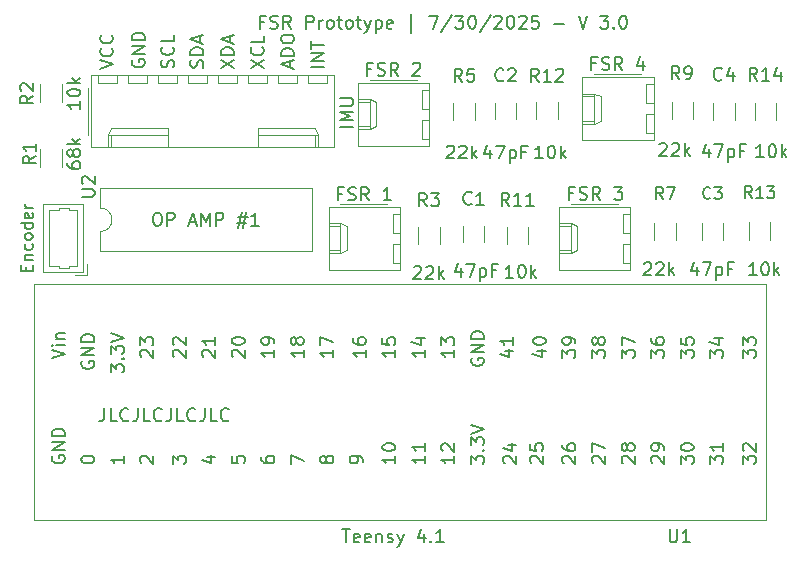
<source format=gto>
G04 #@! TF.GenerationSoftware,KiCad,Pcbnew,9.0.2*
G04 #@! TF.CreationDate,2025-07-30T12:20:49-07:00*
G04 #@! TF.ProjectId,fsrPrototype3,66737250-726f-4746-9f74-797065332e6b,rev?*
G04 #@! TF.SameCoordinates,Original*
G04 #@! TF.FileFunction,Legend,Top*
G04 #@! TF.FilePolarity,Positive*
%FSLAX46Y46*%
G04 Gerber Fmt 4.6, Leading zero omitted, Abs format (unit mm)*
G04 Created by KiCad (PCBNEW 9.0.2) date 2025-07-30 12:20:49*
%MOMM*%
%LPD*%
G01*
G04 APERTURE LIST*
%ADD10C,0.160000*%
%ADD11C,0.210000*%
%ADD12C,0.150000*%
%ADD13C,0.120000*%
%ADD14C,0.100000*%
G04 APERTURE END LIST*
D10*
X86529048Y-74140560D02*
X86529048Y-74926275D01*
X86529048Y-74926275D02*
X86476667Y-75083418D01*
X86476667Y-75083418D02*
X86371905Y-75188180D01*
X86371905Y-75188180D02*
X86214762Y-75240560D01*
X86214762Y-75240560D02*
X86110000Y-75240560D01*
X87576667Y-75240560D02*
X87052857Y-75240560D01*
X87052857Y-75240560D02*
X87052857Y-74140560D01*
X88571905Y-75135799D02*
X88519524Y-75188180D01*
X88519524Y-75188180D02*
X88362381Y-75240560D01*
X88362381Y-75240560D02*
X88257619Y-75240560D01*
X88257619Y-75240560D02*
X88100476Y-75188180D01*
X88100476Y-75188180D02*
X87995714Y-75083418D01*
X87995714Y-75083418D02*
X87943333Y-74978656D01*
X87943333Y-74978656D02*
X87890952Y-74769132D01*
X87890952Y-74769132D02*
X87890952Y-74611989D01*
X87890952Y-74611989D02*
X87943333Y-74402465D01*
X87943333Y-74402465D02*
X87995714Y-74297703D01*
X87995714Y-74297703D02*
X88100476Y-74192941D01*
X88100476Y-74192941D02*
X88257619Y-74140560D01*
X88257619Y-74140560D02*
X88362381Y-74140560D01*
X88362381Y-74140560D02*
X88519524Y-74192941D01*
X88519524Y-74192941D02*
X88571905Y-74245322D01*
X89357619Y-74140560D02*
X89357619Y-74926275D01*
X89357619Y-74926275D02*
X89305238Y-75083418D01*
X89305238Y-75083418D02*
X89200476Y-75188180D01*
X89200476Y-75188180D02*
X89043333Y-75240560D01*
X89043333Y-75240560D02*
X88938571Y-75240560D01*
X90405238Y-75240560D02*
X89881428Y-75240560D01*
X89881428Y-75240560D02*
X89881428Y-74140560D01*
X91400476Y-75135799D02*
X91348095Y-75188180D01*
X91348095Y-75188180D02*
X91190952Y-75240560D01*
X91190952Y-75240560D02*
X91086190Y-75240560D01*
X91086190Y-75240560D02*
X90929047Y-75188180D01*
X90929047Y-75188180D02*
X90824285Y-75083418D01*
X90824285Y-75083418D02*
X90771904Y-74978656D01*
X90771904Y-74978656D02*
X90719523Y-74769132D01*
X90719523Y-74769132D02*
X90719523Y-74611989D01*
X90719523Y-74611989D02*
X90771904Y-74402465D01*
X90771904Y-74402465D02*
X90824285Y-74297703D01*
X90824285Y-74297703D02*
X90929047Y-74192941D01*
X90929047Y-74192941D02*
X91086190Y-74140560D01*
X91086190Y-74140560D02*
X91190952Y-74140560D01*
X91190952Y-74140560D02*
X91348095Y-74192941D01*
X91348095Y-74192941D02*
X91400476Y-74245322D01*
X92186190Y-74140560D02*
X92186190Y-74926275D01*
X92186190Y-74926275D02*
X92133809Y-75083418D01*
X92133809Y-75083418D02*
X92029047Y-75188180D01*
X92029047Y-75188180D02*
X91871904Y-75240560D01*
X91871904Y-75240560D02*
X91767142Y-75240560D01*
X93233809Y-75240560D02*
X92709999Y-75240560D01*
X92709999Y-75240560D02*
X92709999Y-74140560D01*
X94229047Y-75135799D02*
X94176666Y-75188180D01*
X94176666Y-75188180D02*
X94019523Y-75240560D01*
X94019523Y-75240560D02*
X93914761Y-75240560D01*
X93914761Y-75240560D02*
X93757618Y-75188180D01*
X93757618Y-75188180D02*
X93652856Y-75083418D01*
X93652856Y-75083418D02*
X93600475Y-74978656D01*
X93600475Y-74978656D02*
X93548094Y-74769132D01*
X93548094Y-74769132D02*
X93548094Y-74611989D01*
X93548094Y-74611989D02*
X93600475Y-74402465D01*
X93600475Y-74402465D02*
X93652856Y-74297703D01*
X93652856Y-74297703D02*
X93757618Y-74192941D01*
X93757618Y-74192941D02*
X93914761Y-74140560D01*
X93914761Y-74140560D02*
X94019523Y-74140560D01*
X94019523Y-74140560D02*
X94176666Y-74192941D01*
X94176666Y-74192941D02*
X94229047Y-74245322D01*
X95014761Y-74140560D02*
X95014761Y-74926275D01*
X95014761Y-74926275D02*
X94962380Y-75083418D01*
X94962380Y-75083418D02*
X94857618Y-75188180D01*
X94857618Y-75188180D02*
X94700475Y-75240560D01*
X94700475Y-75240560D02*
X94595713Y-75240560D01*
X96062380Y-75240560D02*
X95538570Y-75240560D01*
X95538570Y-75240560D02*
X95538570Y-74140560D01*
X97057618Y-75135799D02*
X97005237Y-75188180D01*
X97005237Y-75188180D02*
X96848094Y-75240560D01*
X96848094Y-75240560D02*
X96743332Y-75240560D01*
X96743332Y-75240560D02*
X96586189Y-75188180D01*
X96586189Y-75188180D02*
X96481427Y-75083418D01*
X96481427Y-75083418D02*
X96429046Y-74978656D01*
X96429046Y-74978656D02*
X96376665Y-74769132D01*
X96376665Y-74769132D02*
X96376665Y-74611989D01*
X96376665Y-74611989D02*
X96429046Y-74402465D01*
X96429046Y-74402465D02*
X96481427Y-74297703D01*
X96481427Y-74297703D02*
X96586189Y-74192941D01*
X96586189Y-74192941D02*
X96743332Y-74140560D01*
X96743332Y-74140560D02*
X96848094Y-74140560D01*
X96848094Y-74140560D02*
X97005237Y-74192941D01*
X97005237Y-74192941D02*
X97057618Y-74245322D01*
X105097060Y-45232832D02*
X103997060Y-45232832D01*
X105097060Y-44709022D02*
X103997060Y-44709022D01*
X103997060Y-44709022D02*
X105097060Y-44080450D01*
X105097060Y-44080450D02*
X103997060Y-44080450D01*
X103997060Y-43713784D02*
X103997060Y-43085212D01*
X105097060Y-43399498D02*
X103997060Y-43399498D01*
X102272775Y-45285213D02*
X102272775Y-44761403D01*
X102587060Y-45389975D02*
X101487060Y-45023308D01*
X101487060Y-45023308D02*
X102587060Y-44656641D01*
X102587060Y-44289975D02*
X101487060Y-44289975D01*
X101487060Y-44289975D02*
X101487060Y-44028070D01*
X101487060Y-44028070D02*
X101539441Y-43870927D01*
X101539441Y-43870927D02*
X101644203Y-43766165D01*
X101644203Y-43766165D02*
X101748965Y-43713784D01*
X101748965Y-43713784D02*
X101958489Y-43661403D01*
X101958489Y-43661403D02*
X102115632Y-43661403D01*
X102115632Y-43661403D02*
X102325156Y-43713784D01*
X102325156Y-43713784D02*
X102429918Y-43766165D01*
X102429918Y-43766165D02*
X102534680Y-43870927D01*
X102534680Y-43870927D02*
X102587060Y-44028070D01*
X102587060Y-44028070D02*
X102587060Y-44289975D01*
X101487060Y-42980451D02*
X101487060Y-42770927D01*
X101487060Y-42770927D02*
X101539441Y-42666165D01*
X101539441Y-42666165D02*
X101644203Y-42561403D01*
X101644203Y-42561403D02*
X101853727Y-42509022D01*
X101853727Y-42509022D02*
X102220394Y-42509022D01*
X102220394Y-42509022D02*
X102429918Y-42561403D01*
X102429918Y-42561403D02*
X102534680Y-42666165D01*
X102534680Y-42666165D02*
X102587060Y-42770927D01*
X102587060Y-42770927D02*
X102587060Y-42980451D01*
X102587060Y-42980451D02*
X102534680Y-43085213D01*
X102534680Y-43085213D02*
X102429918Y-43189975D01*
X102429918Y-43189975D02*
X102220394Y-43242356D01*
X102220394Y-43242356D02*
X101853727Y-43242356D01*
X101853727Y-43242356D02*
X101644203Y-43189975D01*
X101644203Y-43189975D02*
X101539441Y-43085213D01*
X101539441Y-43085213D02*
X101487060Y-42980451D01*
X98917060Y-45367594D02*
X100017060Y-44634260D01*
X98917060Y-44634260D02*
X100017060Y-45367594D01*
X99912299Y-43586641D02*
X99964680Y-43639022D01*
X99964680Y-43639022D02*
X100017060Y-43796165D01*
X100017060Y-43796165D02*
X100017060Y-43900927D01*
X100017060Y-43900927D02*
X99964680Y-44058070D01*
X99964680Y-44058070D02*
X99859918Y-44162832D01*
X99859918Y-44162832D02*
X99755156Y-44215213D01*
X99755156Y-44215213D02*
X99545632Y-44267594D01*
X99545632Y-44267594D02*
X99388489Y-44267594D01*
X99388489Y-44267594D02*
X99178965Y-44215213D01*
X99178965Y-44215213D02*
X99074203Y-44162832D01*
X99074203Y-44162832D02*
X98969441Y-44058070D01*
X98969441Y-44058070D02*
X98917060Y-43900927D01*
X98917060Y-43900927D02*
X98917060Y-43796165D01*
X98917060Y-43796165D02*
X98969441Y-43639022D01*
X98969441Y-43639022D02*
X99021822Y-43586641D01*
X100017060Y-42591403D02*
X100017060Y-43115213D01*
X100017060Y-43115213D02*
X98917060Y-43115213D01*
X96377060Y-45367594D02*
X97477060Y-44634260D01*
X96377060Y-44634260D02*
X97477060Y-45367594D01*
X97477060Y-44215213D02*
X96377060Y-44215213D01*
X96377060Y-44215213D02*
X96377060Y-43953308D01*
X96377060Y-43953308D02*
X96429441Y-43796165D01*
X96429441Y-43796165D02*
X96534203Y-43691403D01*
X96534203Y-43691403D02*
X96638965Y-43639022D01*
X96638965Y-43639022D02*
X96848489Y-43586641D01*
X96848489Y-43586641D02*
X97005632Y-43586641D01*
X97005632Y-43586641D02*
X97215156Y-43639022D01*
X97215156Y-43639022D02*
X97319918Y-43691403D01*
X97319918Y-43691403D02*
X97424680Y-43796165D01*
X97424680Y-43796165D02*
X97477060Y-43953308D01*
X97477060Y-43953308D02*
X97477060Y-44215213D01*
X97162775Y-43167594D02*
X97162775Y-42643784D01*
X97477060Y-43272356D02*
X96377060Y-42905689D01*
X96377060Y-42905689D02*
X97477060Y-42539022D01*
X94864680Y-45315213D02*
X94917060Y-45158070D01*
X94917060Y-45158070D02*
X94917060Y-44896165D01*
X94917060Y-44896165D02*
X94864680Y-44791403D01*
X94864680Y-44791403D02*
X94812299Y-44739022D01*
X94812299Y-44739022D02*
X94707537Y-44686641D01*
X94707537Y-44686641D02*
X94602775Y-44686641D01*
X94602775Y-44686641D02*
X94498013Y-44739022D01*
X94498013Y-44739022D02*
X94445632Y-44791403D01*
X94445632Y-44791403D02*
X94393251Y-44896165D01*
X94393251Y-44896165D02*
X94340870Y-45105689D01*
X94340870Y-45105689D02*
X94288489Y-45210451D01*
X94288489Y-45210451D02*
X94236108Y-45262832D01*
X94236108Y-45262832D02*
X94131346Y-45315213D01*
X94131346Y-45315213D02*
X94026584Y-45315213D01*
X94026584Y-45315213D02*
X93921822Y-45262832D01*
X93921822Y-45262832D02*
X93869441Y-45210451D01*
X93869441Y-45210451D02*
X93817060Y-45105689D01*
X93817060Y-45105689D02*
X93817060Y-44843784D01*
X93817060Y-44843784D02*
X93869441Y-44686641D01*
X94917060Y-44215213D02*
X93817060Y-44215213D01*
X93817060Y-44215213D02*
X93817060Y-43953308D01*
X93817060Y-43953308D02*
X93869441Y-43796165D01*
X93869441Y-43796165D02*
X93974203Y-43691403D01*
X93974203Y-43691403D02*
X94078965Y-43639022D01*
X94078965Y-43639022D02*
X94288489Y-43586641D01*
X94288489Y-43586641D02*
X94445632Y-43586641D01*
X94445632Y-43586641D02*
X94655156Y-43639022D01*
X94655156Y-43639022D02*
X94759918Y-43691403D01*
X94759918Y-43691403D02*
X94864680Y-43796165D01*
X94864680Y-43796165D02*
X94917060Y-43953308D01*
X94917060Y-43953308D02*
X94917060Y-44215213D01*
X94602775Y-43167594D02*
X94602775Y-42643784D01*
X94917060Y-43272356D02*
X93817060Y-42905689D01*
X93817060Y-42905689D02*
X94917060Y-42539022D01*
X92374680Y-45285213D02*
X92427060Y-45128070D01*
X92427060Y-45128070D02*
X92427060Y-44866165D01*
X92427060Y-44866165D02*
X92374680Y-44761403D01*
X92374680Y-44761403D02*
X92322299Y-44709022D01*
X92322299Y-44709022D02*
X92217537Y-44656641D01*
X92217537Y-44656641D02*
X92112775Y-44656641D01*
X92112775Y-44656641D02*
X92008013Y-44709022D01*
X92008013Y-44709022D02*
X91955632Y-44761403D01*
X91955632Y-44761403D02*
X91903251Y-44866165D01*
X91903251Y-44866165D02*
X91850870Y-45075689D01*
X91850870Y-45075689D02*
X91798489Y-45180451D01*
X91798489Y-45180451D02*
X91746108Y-45232832D01*
X91746108Y-45232832D02*
X91641346Y-45285213D01*
X91641346Y-45285213D02*
X91536584Y-45285213D01*
X91536584Y-45285213D02*
X91431822Y-45232832D01*
X91431822Y-45232832D02*
X91379441Y-45180451D01*
X91379441Y-45180451D02*
X91327060Y-45075689D01*
X91327060Y-45075689D02*
X91327060Y-44813784D01*
X91327060Y-44813784D02*
X91379441Y-44656641D01*
X92322299Y-43556641D02*
X92374680Y-43609022D01*
X92374680Y-43609022D02*
X92427060Y-43766165D01*
X92427060Y-43766165D02*
X92427060Y-43870927D01*
X92427060Y-43870927D02*
X92374680Y-44028070D01*
X92374680Y-44028070D02*
X92269918Y-44132832D01*
X92269918Y-44132832D02*
X92165156Y-44185213D01*
X92165156Y-44185213D02*
X91955632Y-44237594D01*
X91955632Y-44237594D02*
X91798489Y-44237594D01*
X91798489Y-44237594D02*
X91588965Y-44185213D01*
X91588965Y-44185213D02*
X91484203Y-44132832D01*
X91484203Y-44132832D02*
X91379441Y-44028070D01*
X91379441Y-44028070D02*
X91327060Y-43870927D01*
X91327060Y-43870927D02*
X91327060Y-43766165D01*
X91327060Y-43766165D02*
X91379441Y-43609022D01*
X91379441Y-43609022D02*
X91431822Y-43556641D01*
X92427060Y-42561403D02*
X92427060Y-43085213D01*
X92427060Y-43085213D02*
X91327060Y-43085213D01*
X88909441Y-44656641D02*
X88857060Y-44761403D01*
X88857060Y-44761403D02*
X88857060Y-44918546D01*
X88857060Y-44918546D02*
X88909441Y-45075689D01*
X88909441Y-45075689D02*
X89014203Y-45180451D01*
X89014203Y-45180451D02*
X89118965Y-45232832D01*
X89118965Y-45232832D02*
X89328489Y-45285213D01*
X89328489Y-45285213D02*
X89485632Y-45285213D01*
X89485632Y-45285213D02*
X89695156Y-45232832D01*
X89695156Y-45232832D02*
X89799918Y-45180451D01*
X89799918Y-45180451D02*
X89904680Y-45075689D01*
X89904680Y-45075689D02*
X89957060Y-44918546D01*
X89957060Y-44918546D02*
X89957060Y-44813784D01*
X89957060Y-44813784D02*
X89904680Y-44656641D01*
X89904680Y-44656641D02*
X89852299Y-44604260D01*
X89852299Y-44604260D02*
X89485632Y-44604260D01*
X89485632Y-44604260D02*
X89485632Y-44813784D01*
X89957060Y-44132832D02*
X88857060Y-44132832D01*
X88857060Y-44132832D02*
X89957060Y-43504260D01*
X89957060Y-43504260D02*
X88857060Y-43504260D01*
X89957060Y-42980451D02*
X88857060Y-42980451D01*
X88857060Y-42980451D02*
X88857060Y-42718546D01*
X88857060Y-42718546D02*
X88909441Y-42561403D01*
X88909441Y-42561403D02*
X89014203Y-42456641D01*
X89014203Y-42456641D02*
X89118965Y-42404260D01*
X89118965Y-42404260D02*
X89328489Y-42351879D01*
X89328489Y-42351879D02*
X89485632Y-42351879D01*
X89485632Y-42351879D02*
X89695156Y-42404260D01*
X89695156Y-42404260D02*
X89799918Y-42456641D01*
X89799918Y-42456641D02*
X89904680Y-42561403D01*
X89904680Y-42561403D02*
X89957060Y-42718546D01*
X89957060Y-42718546D02*
X89957060Y-42980451D01*
X86157060Y-45389975D02*
X87257060Y-45023308D01*
X87257060Y-45023308D02*
X86157060Y-44656641D01*
X87152299Y-43661403D02*
X87204680Y-43713784D01*
X87204680Y-43713784D02*
X87257060Y-43870927D01*
X87257060Y-43870927D02*
X87257060Y-43975689D01*
X87257060Y-43975689D02*
X87204680Y-44132832D01*
X87204680Y-44132832D02*
X87099918Y-44237594D01*
X87099918Y-44237594D02*
X86995156Y-44289975D01*
X86995156Y-44289975D02*
X86785632Y-44342356D01*
X86785632Y-44342356D02*
X86628489Y-44342356D01*
X86628489Y-44342356D02*
X86418965Y-44289975D01*
X86418965Y-44289975D02*
X86314203Y-44237594D01*
X86314203Y-44237594D02*
X86209441Y-44132832D01*
X86209441Y-44132832D02*
X86157060Y-43975689D01*
X86157060Y-43975689D02*
X86157060Y-43870927D01*
X86157060Y-43870927D02*
X86209441Y-43713784D01*
X86209441Y-43713784D02*
X86261822Y-43661403D01*
X87152299Y-42561403D02*
X87204680Y-42613784D01*
X87204680Y-42613784D02*
X87257060Y-42770927D01*
X87257060Y-42770927D02*
X87257060Y-42875689D01*
X87257060Y-42875689D02*
X87204680Y-43032832D01*
X87204680Y-43032832D02*
X87099918Y-43137594D01*
X87099918Y-43137594D02*
X86995156Y-43189975D01*
X86995156Y-43189975D02*
X86785632Y-43242356D01*
X86785632Y-43242356D02*
X86628489Y-43242356D01*
X86628489Y-43242356D02*
X86418965Y-43189975D01*
X86418965Y-43189975D02*
X86314203Y-43137594D01*
X86314203Y-43137594D02*
X86209441Y-43032832D01*
X86209441Y-43032832D02*
X86157060Y-42875689D01*
X86157060Y-42875689D02*
X86157060Y-42770927D01*
X86157060Y-42770927D02*
X86209441Y-42613784D01*
X86209441Y-42613784D02*
X86261822Y-42561403D01*
D11*
X100066728Y-41428270D02*
X99700061Y-41428270D01*
X99700061Y-42004460D02*
X99700061Y-40904460D01*
X99700061Y-40904460D02*
X100223871Y-40904460D01*
X100590537Y-41952080D02*
X100747680Y-42004460D01*
X100747680Y-42004460D02*
X101009585Y-42004460D01*
X101009585Y-42004460D02*
X101114347Y-41952080D01*
X101114347Y-41952080D02*
X101166728Y-41899699D01*
X101166728Y-41899699D02*
X101219109Y-41794937D01*
X101219109Y-41794937D02*
X101219109Y-41690175D01*
X101219109Y-41690175D02*
X101166728Y-41585413D01*
X101166728Y-41585413D02*
X101114347Y-41533032D01*
X101114347Y-41533032D02*
X101009585Y-41480651D01*
X101009585Y-41480651D02*
X100800061Y-41428270D01*
X100800061Y-41428270D02*
X100695299Y-41375889D01*
X100695299Y-41375889D02*
X100642918Y-41323508D01*
X100642918Y-41323508D02*
X100590537Y-41218746D01*
X100590537Y-41218746D02*
X100590537Y-41113984D01*
X100590537Y-41113984D02*
X100642918Y-41009222D01*
X100642918Y-41009222D02*
X100695299Y-40956841D01*
X100695299Y-40956841D02*
X100800061Y-40904460D01*
X100800061Y-40904460D02*
X101061966Y-40904460D01*
X101061966Y-40904460D02*
X101219109Y-40956841D01*
X102319109Y-42004460D02*
X101952442Y-41480651D01*
X101690537Y-42004460D02*
X101690537Y-40904460D01*
X101690537Y-40904460D02*
X102109585Y-40904460D01*
X102109585Y-40904460D02*
X102214347Y-40956841D01*
X102214347Y-40956841D02*
X102266728Y-41009222D01*
X102266728Y-41009222D02*
X102319109Y-41113984D01*
X102319109Y-41113984D02*
X102319109Y-41271127D01*
X102319109Y-41271127D02*
X102266728Y-41375889D01*
X102266728Y-41375889D02*
X102214347Y-41428270D01*
X102214347Y-41428270D02*
X102109585Y-41480651D01*
X102109585Y-41480651D02*
X101690537Y-41480651D01*
X103628632Y-42004460D02*
X103628632Y-40904460D01*
X103628632Y-40904460D02*
X104047680Y-40904460D01*
X104047680Y-40904460D02*
X104152442Y-40956841D01*
X104152442Y-40956841D02*
X104204823Y-41009222D01*
X104204823Y-41009222D02*
X104257204Y-41113984D01*
X104257204Y-41113984D02*
X104257204Y-41271127D01*
X104257204Y-41271127D02*
X104204823Y-41375889D01*
X104204823Y-41375889D02*
X104152442Y-41428270D01*
X104152442Y-41428270D02*
X104047680Y-41480651D01*
X104047680Y-41480651D02*
X103628632Y-41480651D01*
X104728632Y-42004460D02*
X104728632Y-41271127D01*
X104728632Y-41480651D02*
X104781013Y-41375889D01*
X104781013Y-41375889D02*
X104833394Y-41323508D01*
X104833394Y-41323508D02*
X104938156Y-41271127D01*
X104938156Y-41271127D02*
X105042918Y-41271127D01*
X105566727Y-42004460D02*
X105461965Y-41952080D01*
X105461965Y-41952080D02*
X105409584Y-41899699D01*
X105409584Y-41899699D02*
X105357203Y-41794937D01*
X105357203Y-41794937D02*
X105357203Y-41480651D01*
X105357203Y-41480651D02*
X105409584Y-41375889D01*
X105409584Y-41375889D02*
X105461965Y-41323508D01*
X105461965Y-41323508D02*
X105566727Y-41271127D01*
X105566727Y-41271127D02*
X105723870Y-41271127D01*
X105723870Y-41271127D02*
X105828632Y-41323508D01*
X105828632Y-41323508D02*
X105881013Y-41375889D01*
X105881013Y-41375889D02*
X105933394Y-41480651D01*
X105933394Y-41480651D02*
X105933394Y-41794937D01*
X105933394Y-41794937D02*
X105881013Y-41899699D01*
X105881013Y-41899699D02*
X105828632Y-41952080D01*
X105828632Y-41952080D02*
X105723870Y-42004460D01*
X105723870Y-42004460D02*
X105566727Y-42004460D01*
X106247679Y-41271127D02*
X106666727Y-41271127D01*
X106404822Y-40904460D02*
X106404822Y-41847318D01*
X106404822Y-41847318D02*
X106457203Y-41952080D01*
X106457203Y-41952080D02*
X106561965Y-42004460D01*
X106561965Y-42004460D02*
X106666727Y-42004460D01*
X107190536Y-42004460D02*
X107085774Y-41952080D01*
X107085774Y-41952080D02*
X107033393Y-41899699D01*
X107033393Y-41899699D02*
X106981012Y-41794937D01*
X106981012Y-41794937D02*
X106981012Y-41480651D01*
X106981012Y-41480651D02*
X107033393Y-41375889D01*
X107033393Y-41375889D02*
X107085774Y-41323508D01*
X107085774Y-41323508D02*
X107190536Y-41271127D01*
X107190536Y-41271127D02*
X107347679Y-41271127D01*
X107347679Y-41271127D02*
X107452441Y-41323508D01*
X107452441Y-41323508D02*
X107504822Y-41375889D01*
X107504822Y-41375889D02*
X107557203Y-41480651D01*
X107557203Y-41480651D02*
X107557203Y-41794937D01*
X107557203Y-41794937D02*
X107504822Y-41899699D01*
X107504822Y-41899699D02*
X107452441Y-41952080D01*
X107452441Y-41952080D02*
X107347679Y-42004460D01*
X107347679Y-42004460D02*
X107190536Y-42004460D01*
X107871488Y-41271127D02*
X108290536Y-41271127D01*
X108028631Y-40904460D02*
X108028631Y-41847318D01*
X108028631Y-41847318D02*
X108081012Y-41952080D01*
X108081012Y-41952080D02*
X108185774Y-42004460D01*
X108185774Y-42004460D02*
X108290536Y-42004460D01*
X108552440Y-41271127D02*
X108814345Y-42004460D01*
X109076250Y-41271127D02*
X108814345Y-42004460D01*
X108814345Y-42004460D02*
X108709583Y-42266365D01*
X108709583Y-42266365D02*
X108657202Y-42318746D01*
X108657202Y-42318746D02*
X108552440Y-42371127D01*
X109495297Y-41271127D02*
X109495297Y-42371127D01*
X109495297Y-41323508D02*
X109600059Y-41271127D01*
X109600059Y-41271127D02*
X109809583Y-41271127D01*
X109809583Y-41271127D02*
X109914345Y-41323508D01*
X109914345Y-41323508D02*
X109966726Y-41375889D01*
X109966726Y-41375889D02*
X110019107Y-41480651D01*
X110019107Y-41480651D02*
X110019107Y-41794937D01*
X110019107Y-41794937D02*
X109966726Y-41899699D01*
X109966726Y-41899699D02*
X109914345Y-41952080D01*
X109914345Y-41952080D02*
X109809583Y-42004460D01*
X109809583Y-42004460D02*
X109600059Y-42004460D01*
X109600059Y-42004460D02*
X109495297Y-41952080D01*
X110909583Y-41952080D02*
X110804821Y-42004460D01*
X110804821Y-42004460D02*
X110595297Y-42004460D01*
X110595297Y-42004460D02*
X110490535Y-41952080D01*
X110490535Y-41952080D02*
X110438154Y-41847318D01*
X110438154Y-41847318D02*
X110438154Y-41428270D01*
X110438154Y-41428270D02*
X110490535Y-41323508D01*
X110490535Y-41323508D02*
X110595297Y-41271127D01*
X110595297Y-41271127D02*
X110804821Y-41271127D01*
X110804821Y-41271127D02*
X110909583Y-41323508D01*
X110909583Y-41323508D02*
X110961964Y-41428270D01*
X110961964Y-41428270D02*
X110961964Y-41533032D01*
X110961964Y-41533032D02*
X110438154Y-41637794D01*
X112533392Y-42371127D02*
X112533392Y-40799699D01*
X114052439Y-40904460D02*
X114785773Y-40904460D01*
X114785773Y-40904460D02*
X114314344Y-42004460D01*
X115990535Y-40852080D02*
X115047677Y-42266365D01*
X116252439Y-40904460D02*
X116933392Y-40904460D01*
X116933392Y-40904460D02*
X116566725Y-41323508D01*
X116566725Y-41323508D02*
X116723868Y-41323508D01*
X116723868Y-41323508D02*
X116828630Y-41375889D01*
X116828630Y-41375889D02*
X116881011Y-41428270D01*
X116881011Y-41428270D02*
X116933392Y-41533032D01*
X116933392Y-41533032D02*
X116933392Y-41794937D01*
X116933392Y-41794937D02*
X116881011Y-41899699D01*
X116881011Y-41899699D02*
X116828630Y-41952080D01*
X116828630Y-41952080D02*
X116723868Y-42004460D01*
X116723868Y-42004460D02*
X116409582Y-42004460D01*
X116409582Y-42004460D02*
X116304820Y-41952080D01*
X116304820Y-41952080D02*
X116252439Y-41899699D01*
X117614344Y-40904460D02*
X117719106Y-40904460D01*
X117719106Y-40904460D02*
X117823868Y-40956841D01*
X117823868Y-40956841D02*
X117876249Y-41009222D01*
X117876249Y-41009222D02*
X117928630Y-41113984D01*
X117928630Y-41113984D02*
X117981011Y-41323508D01*
X117981011Y-41323508D02*
X117981011Y-41585413D01*
X117981011Y-41585413D02*
X117928630Y-41794937D01*
X117928630Y-41794937D02*
X117876249Y-41899699D01*
X117876249Y-41899699D02*
X117823868Y-41952080D01*
X117823868Y-41952080D02*
X117719106Y-42004460D01*
X117719106Y-42004460D02*
X117614344Y-42004460D01*
X117614344Y-42004460D02*
X117509582Y-41952080D01*
X117509582Y-41952080D02*
X117457201Y-41899699D01*
X117457201Y-41899699D02*
X117404820Y-41794937D01*
X117404820Y-41794937D02*
X117352439Y-41585413D01*
X117352439Y-41585413D02*
X117352439Y-41323508D01*
X117352439Y-41323508D02*
X117404820Y-41113984D01*
X117404820Y-41113984D02*
X117457201Y-41009222D01*
X117457201Y-41009222D02*
X117509582Y-40956841D01*
X117509582Y-40956841D02*
X117614344Y-40904460D01*
X119238154Y-40852080D02*
X118295296Y-42266365D01*
X119552439Y-41009222D02*
X119604820Y-40956841D01*
X119604820Y-40956841D02*
X119709582Y-40904460D01*
X119709582Y-40904460D02*
X119971487Y-40904460D01*
X119971487Y-40904460D02*
X120076249Y-40956841D01*
X120076249Y-40956841D02*
X120128630Y-41009222D01*
X120128630Y-41009222D02*
X120181011Y-41113984D01*
X120181011Y-41113984D02*
X120181011Y-41218746D01*
X120181011Y-41218746D02*
X120128630Y-41375889D01*
X120128630Y-41375889D02*
X119500058Y-42004460D01*
X119500058Y-42004460D02*
X120181011Y-42004460D01*
X120861963Y-40904460D02*
X120966725Y-40904460D01*
X120966725Y-40904460D02*
X121071487Y-40956841D01*
X121071487Y-40956841D02*
X121123868Y-41009222D01*
X121123868Y-41009222D02*
X121176249Y-41113984D01*
X121176249Y-41113984D02*
X121228630Y-41323508D01*
X121228630Y-41323508D02*
X121228630Y-41585413D01*
X121228630Y-41585413D02*
X121176249Y-41794937D01*
X121176249Y-41794937D02*
X121123868Y-41899699D01*
X121123868Y-41899699D02*
X121071487Y-41952080D01*
X121071487Y-41952080D02*
X120966725Y-42004460D01*
X120966725Y-42004460D02*
X120861963Y-42004460D01*
X120861963Y-42004460D02*
X120757201Y-41952080D01*
X120757201Y-41952080D02*
X120704820Y-41899699D01*
X120704820Y-41899699D02*
X120652439Y-41794937D01*
X120652439Y-41794937D02*
X120600058Y-41585413D01*
X120600058Y-41585413D02*
X120600058Y-41323508D01*
X120600058Y-41323508D02*
X120652439Y-41113984D01*
X120652439Y-41113984D02*
X120704820Y-41009222D01*
X120704820Y-41009222D02*
X120757201Y-40956841D01*
X120757201Y-40956841D02*
X120861963Y-40904460D01*
X121647677Y-41009222D02*
X121700058Y-40956841D01*
X121700058Y-40956841D02*
X121804820Y-40904460D01*
X121804820Y-40904460D02*
X122066725Y-40904460D01*
X122066725Y-40904460D02*
X122171487Y-40956841D01*
X122171487Y-40956841D02*
X122223868Y-41009222D01*
X122223868Y-41009222D02*
X122276249Y-41113984D01*
X122276249Y-41113984D02*
X122276249Y-41218746D01*
X122276249Y-41218746D02*
X122223868Y-41375889D01*
X122223868Y-41375889D02*
X121595296Y-42004460D01*
X121595296Y-42004460D02*
X122276249Y-42004460D01*
X123271487Y-40904460D02*
X122747677Y-40904460D01*
X122747677Y-40904460D02*
X122695296Y-41428270D01*
X122695296Y-41428270D02*
X122747677Y-41375889D01*
X122747677Y-41375889D02*
X122852439Y-41323508D01*
X122852439Y-41323508D02*
X123114344Y-41323508D01*
X123114344Y-41323508D02*
X123219106Y-41375889D01*
X123219106Y-41375889D02*
X123271487Y-41428270D01*
X123271487Y-41428270D02*
X123323868Y-41533032D01*
X123323868Y-41533032D02*
X123323868Y-41794937D01*
X123323868Y-41794937D02*
X123271487Y-41899699D01*
X123271487Y-41899699D02*
X123219106Y-41952080D01*
X123219106Y-41952080D02*
X123114344Y-42004460D01*
X123114344Y-42004460D02*
X122852439Y-42004460D01*
X122852439Y-42004460D02*
X122747677Y-41952080D01*
X122747677Y-41952080D02*
X122695296Y-41899699D01*
X124633391Y-41585413D02*
X125471487Y-41585413D01*
X126676248Y-40904460D02*
X127042915Y-42004460D01*
X127042915Y-42004460D02*
X127409582Y-40904460D01*
X128509581Y-40904460D02*
X129190534Y-40904460D01*
X129190534Y-40904460D02*
X128823867Y-41323508D01*
X128823867Y-41323508D02*
X128981010Y-41323508D01*
X128981010Y-41323508D02*
X129085772Y-41375889D01*
X129085772Y-41375889D02*
X129138153Y-41428270D01*
X129138153Y-41428270D02*
X129190534Y-41533032D01*
X129190534Y-41533032D02*
X129190534Y-41794937D01*
X129190534Y-41794937D02*
X129138153Y-41899699D01*
X129138153Y-41899699D02*
X129085772Y-41952080D01*
X129085772Y-41952080D02*
X128981010Y-42004460D01*
X128981010Y-42004460D02*
X128666724Y-42004460D01*
X128666724Y-42004460D02*
X128561962Y-41952080D01*
X128561962Y-41952080D02*
X128509581Y-41899699D01*
X129661962Y-41899699D02*
X129714343Y-41952080D01*
X129714343Y-41952080D02*
X129661962Y-42004460D01*
X129661962Y-42004460D02*
X129609581Y-41952080D01*
X129609581Y-41952080D02*
X129661962Y-41899699D01*
X129661962Y-41899699D02*
X129661962Y-42004460D01*
X130395296Y-40904460D02*
X130500058Y-40904460D01*
X130500058Y-40904460D02*
X130604820Y-40956841D01*
X130604820Y-40956841D02*
X130657201Y-41009222D01*
X130657201Y-41009222D02*
X130709582Y-41113984D01*
X130709582Y-41113984D02*
X130761963Y-41323508D01*
X130761963Y-41323508D02*
X130761963Y-41585413D01*
X130761963Y-41585413D02*
X130709582Y-41794937D01*
X130709582Y-41794937D02*
X130657201Y-41899699D01*
X130657201Y-41899699D02*
X130604820Y-41952080D01*
X130604820Y-41952080D02*
X130500058Y-42004460D01*
X130500058Y-42004460D02*
X130395296Y-42004460D01*
X130395296Y-42004460D02*
X130290534Y-41952080D01*
X130290534Y-41952080D02*
X130238153Y-41899699D01*
X130238153Y-41899699D02*
X130185772Y-41794937D01*
X130185772Y-41794937D02*
X130133391Y-41585413D01*
X130133391Y-41585413D02*
X130133391Y-41323508D01*
X130133391Y-41323508D02*
X130185772Y-41113984D01*
X130185772Y-41113984D02*
X130238153Y-41009222D01*
X130238153Y-41009222D02*
X130290534Y-40956841D01*
X130290534Y-40956841D02*
X130395296Y-40904460D01*
D10*
X90903333Y-57595560D02*
X91112857Y-57595560D01*
X91112857Y-57595560D02*
X91217619Y-57647941D01*
X91217619Y-57647941D02*
X91322381Y-57752703D01*
X91322381Y-57752703D02*
X91374762Y-57962227D01*
X91374762Y-57962227D02*
X91374762Y-58328894D01*
X91374762Y-58328894D02*
X91322381Y-58538418D01*
X91322381Y-58538418D02*
X91217619Y-58643180D01*
X91217619Y-58643180D02*
X91112857Y-58695560D01*
X91112857Y-58695560D02*
X90903333Y-58695560D01*
X90903333Y-58695560D02*
X90798571Y-58643180D01*
X90798571Y-58643180D02*
X90693809Y-58538418D01*
X90693809Y-58538418D02*
X90641428Y-58328894D01*
X90641428Y-58328894D02*
X90641428Y-57962227D01*
X90641428Y-57962227D02*
X90693809Y-57752703D01*
X90693809Y-57752703D02*
X90798571Y-57647941D01*
X90798571Y-57647941D02*
X90903333Y-57595560D01*
X91846190Y-58695560D02*
X91846190Y-57595560D01*
X91846190Y-57595560D02*
X92265238Y-57595560D01*
X92265238Y-57595560D02*
X92370000Y-57647941D01*
X92370000Y-57647941D02*
X92422381Y-57700322D01*
X92422381Y-57700322D02*
X92474762Y-57805084D01*
X92474762Y-57805084D02*
X92474762Y-57962227D01*
X92474762Y-57962227D02*
X92422381Y-58066989D01*
X92422381Y-58066989D02*
X92370000Y-58119370D01*
X92370000Y-58119370D02*
X92265238Y-58171751D01*
X92265238Y-58171751D02*
X91846190Y-58171751D01*
X93731904Y-58381275D02*
X94255714Y-58381275D01*
X93627142Y-58695560D02*
X93993809Y-57595560D01*
X93993809Y-57595560D02*
X94360476Y-58695560D01*
X94727142Y-58695560D02*
X94727142Y-57595560D01*
X94727142Y-57595560D02*
X95093809Y-58381275D01*
X95093809Y-58381275D02*
X95460476Y-57595560D01*
X95460476Y-57595560D02*
X95460476Y-58695560D01*
X95984285Y-58695560D02*
X95984285Y-57595560D01*
X95984285Y-57595560D02*
X96403333Y-57595560D01*
X96403333Y-57595560D02*
X96508095Y-57647941D01*
X96508095Y-57647941D02*
X96560476Y-57700322D01*
X96560476Y-57700322D02*
X96612857Y-57805084D01*
X96612857Y-57805084D02*
X96612857Y-57962227D01*
X96612857Y-57962227D02*
X96560476Y-58066989D01*
X96560476Y-58066989D02*
X96508095Y-58119370D01*
X96508095Y-58119370D02*
X96403333Y-58171751D01*
X96403333Y-58171751D02*
X95984285Y-58171751D01*
X97869999Y-57962227D02*
X98655714Y-57962227D01*
X98184285Y-57490799D02*
X97869999Y-58905084D01*
X98550952Y-58433656D02*
X97765237Y-58433656D01*
X98236666Y-58905084D02*
X98550952Y-57490799D01*
X99598571Y-58695560D02*
X98969999Y-58695560D01*
X99284285Y-58695560D02*
X99284285Y-57595560D01*
X99284285Y-57595560D02*
X99179523Y-57752703D01*
X99179523Y-57752703D02*
X99074761Y-57857465D01*
X99074761Y-57857465D02*
X98969999Y-57909846D01*
X106682381Y-84400560D02*
X107310953Y-84400560D01*
X106996667Y-85500560D02*
X106996667Y-84400560D01*
X108096667Y-85448180D02*
X107991905Y-85500560D01*
X107991905Y-85500560D02*
X107782381Y-85500560D01*
X107782381Y-85500560D02*
X107677619Y-85448180D01*
X107677619Y-85448180D02*
X107625238Y-85343418D01*
X107625238Y-85343418D02*
X107625238Y-84924370D01*
X107625238Y-84924370D02*
X107677619Y-84819608D01*
X107677619Y-84819608D02*
X107782381Y-84767227D01*
X107782381Y-84767227D02*
X107991905Y-84767227D01*
X107991905Y-84767227D02*
X108096667Y-84819608D01*
X108096667Y-84819608D02*
X108149048Y-84924370D01*
X108149048Y-84924370D02*
X108149048Y-85029132D01*
X108149048Y-85029132D02*
X107625238Y-85133894D01*
X109039524Y-85448180D02*
X108934762Y-85500560D01*
X108934762Y-85500560D02*
X108725238Y-85500560D01*
X108725238Y-85500560D02*
X108620476Y-85448180D01*
X108620476Y-85448180D02*
X108568095Y-85343418D01*
X108568095Y-85343418D02*
X108568095Y-84924370D01*
X108568095Y-84924370D02*
X108620476Y-84819608D01*
X108620476Y-84819608D02*
X108725238Y-84767227D01*
X108725238Y-84767227D02*
X108934762Y-84767227D01*
X108934762Y-84767227D02*
X109039524Y-84819608D01*
X109039524Y-84819608D02*
X109091905Y-84924370D01*
X109091905Y-84924370D02*
X109091905Y-85029132D01*
X109091905Y-85029132D02*
X108568095Y-85133894D01*
X109563333Y-84767227D02*
X109563333Y-85500560D01*
X109563333Y-84871989D02*
X109615714Y-84819608D01*
X109615714Y-84819608D02*
X109720476Y-84767227D01*
X109720476Y-84767227D02*
X109877619Y-84767227D01*
X109877619Y-84767227D02*
X109982381Y-84819608D01*
X109982381Y-84819608D02*
X110034762Y-84924370D01*
X110034762Y-84924370D02*
X110034762Y-85500560D01*
X110506190Y-85448180D02*
X110610952Y-85500560D01*
X110610952Y-85500560D02*
X110820476Y-85500560D01*
X110820476Y-85500560D02*
X110925238Y-85448180D01*
X110925238Y-85448180D02*
X110977619Y-85343418D01*
X110977619Y-85343418D02*
X110977619Y-85291037D01*
X110977619Y-85291037D02*
X110925238Y-85186275D01*
X110925238Y-85186275D02*
X110820476Y-85133894D01*
X110820476Y-85133894D02*
X110663333Y-85133894D01*
X110663333Y-85133894D02*
X110558571Y-85081513D01*
X110558571Y-85081513D02*
X110506190Y-84976751D01*
X110506190Y-84976751D02*
X110506190Y-84924370D01*
X110506190Y-84924370D02*
X110558571Y-84819608D01*
X110558571Y-84819608D02*
X110663333Y-84767227D01*
X110663333Y-84767227D02*
X110820476Y-84767227D01*
X110820476Y-84767227D02*
X110925238Y-84819608D01*
X111344285Y-84767227D02*
X111606190Y-85500560D01*
X111868095Y-84767227D02*
X111606190Y-85500560D01*
X111606190Y-85500560D02*
X111501428Y-85762465D01*
X111501428Y-85762465D02*
X111449047Y-85814846D01*
X111449047Y-85814846D02*
X111344285Y-85867227D01*
X113596666Y-84767227D02*
X113596666Y-85500560D01*
X113334761Y-84348180D02*
X113072856Y-85133894D01*
X113072856Y-85133894D02*
X113753809Y-85133894D01*
X114172856Y-85395799D02*
X114225237Y-85448180D01*
X114225237Y-85448180D02*
X114172856Y-85500560D01*
X114172856Y-85500560D02*
X114120475Y-85448180D01*
X114120475Y-85448180D02*
X114172856Y-85395799D01*
X114172856Y-85395799D02*
X114172856Y-85500560D01*
X115272857Y-85500560D02*
X114644285Y-85500560D01*
X114958571Y-85500560D02*
X114958571Y-84400560D01*
X114958571Y-84400560D02*
X114853809Y-84557703D01*
X114853809Y-84557703D02*
X114749047Y-84662465D01*
X114749047Y-84662465D02*
X114644285Y-84714846D01*
X80700560Y-52783332D02*
X80176751Y-53149999D01*
X80700560Y-53411904D02*
X79600560Y-53411904D01*
X79600560Y-53411904D02*
X79600560Y-52992856D01*
X79600560Y-52992856D02*
X79652941Y-52888094D01*
X79652941Y-52888094D02*
X79705322Y-52835713D01*
X79705322Y-52835713D02*
X79810084Y-52783332D01*
X79810084Y-52783332D02*
X79967227Y-52783332D01*
X79967227Y-52783332D02*
X80071989Y-52835713D01*
X80071989Y-52835713D02*
X80124370Y-52888094D01*
X80124370Y-52888094D02*
X80176751Y-52992856D01*
X80176751Y-52992856D02*
X80176751Y-53411904D01*
X80700560Y-51735713D02*
X80700560Y-52364285D01*
X80700560Y-52049999D02*
X79600560Y-52049999D01*
X79600560Y-52049999D02*
X79757703Y-52154761D01*
X79757703Y-52154761D02*
X79862465Y-52259523D01*
X79862465Y-52259523D02*
X79914846Y-52364285D01*
X83400560Y-53359523D02*
X83400560Y-53569047D01*
X83400560Y-53569047D02*
X83452941Y-53673809D01*
X83452941Y-53673809D02*
X83505322Y-53726190D01*
X83505322Y-53726190D02*
X83662465Y-53830952D01*
X83662465Y-53830952D02*
X83871989Y-53883333D01*
X83871989Y-53883333D02*
X84291037Y-53883333D01*
X84291037Y-53883333D02*
X84395799Y-53830952D01*
X84395799Y-53830952D02*
X84448180Y-53778571D01*
X84448180Y-53778571D02*
X84500560Y-53673809D01*
X84500560Y-53673809D02*
X84500560Y-53464285D01*
X84500560Y-53464285D02*
X84448180Y-53359523D01*
X84448180Y-53359523D02*
X84395799Y-53307142D01*
X84395799Y-53307142D02*
X84291037Y-53254761D01*
X84291037Y-53254761D02*
X84029132Y-53254761D01*
X84029132Y-53254761D02*
X83924370Y-53307142D01*
X83924370Y-53307142D02*
X83871989Y-53359523D01*
X83871989Y-53359523D02*
X83819608Y-53464285D01*
X83819608Y-53464285D02*
X83819608Y-53673809D01*
X83819608Y-53673809D02*
X83871989Y-53778571D01*
X83871989Y-53778571D02*
X83924370Y-53830952D01*
X83924370Y-53830952D02*
X84029132Y-53883333D01*
X83871989Y-52626190D02*
X83819608Y-52730952D01*
X83819608Y-52730952D02*
X83767227Y-52783333D01*
X83767227Y-52783333D02*
X83662465Y-52835714D01*
X83662465Y-52835714D02*
X83610084Y-52835714D01*
X83610084Y-52835714D02*
X83505322Y-52783333D01*
X83505322Y-52783333D02*
X83452941Y-52730952D01*
X83452941Y-52730952D02*
X83400560Y-52626190D01*
X83400560Y-52626190D02*
X83400560Y-52416666D01*
X83400560Y-52416666D02*
X83452941Y-52311904D01*
X83452941Y-52311904D02*
X83505322Y-52259523D01*
X83505322Y-52259523D02*
X83610084Y-52207142D01*
X83610084Y-52207142D02*
X83662465Y-52207142D01*
X83662465Y-52207142D02*
X83767227Y-52259523D01*
X83767227Y-52259523D02*
X83819608Y-52311904D01*
X83819608Y-52311904D02*
X83871989Y-52416666D01*
X83871989Y-52416666D02*
X83871989Y-52626190D01*
X83871989Y-52626190D02*
X83924370Y-52730952D01*
X83924370Y-52730952D02*
X83976751Y-52783333D01*
X83976751Y-52783333D02*
X84081513Y-52835714D01*
X84081513Y-52835714D02*
X84291037Y-52835714D01*
X84291037Y-52835714D02*
X84395799Y-52783333D01*
X84395799Y-52783333D02*
X84448180Y-52730952D01*
X84448180Y-52730952D02*
X84500560Y-52626190D01*
X84500560Y-52626190D02*
X84500560Y-52416666D01*
X84500560Y-52416666D02*
X84448180Y-52311904D01*
X84448180Y-52311904D02*
X84395799Y-52259523D01*
X84395799Y-52259523D02*
X84291037Y-52207142D01*
X84291037Y-52207142D02*
X84081513Y-52207142D01*
X84081513Y-52207142D02*
X83976751Y-52259523D01*
X83976751Y-52259523D02*
X83924370Y-52311904D01*
X83924370Y-52311904D02*
X83871989Y-52416666D01*
X84500560Y-51735714D02*
X83400560Y-51735714D01*
X84081513Y-51630952D02*
X84500560Y-51316666D01*
X83767227Y-51316666D02*
X84186275Y-51735714D01*
X120792857Y-57000560D02*
X120426190Y-56476751D01*
X120164285Y-57000560D02*
X120164285Y-55900560D01*
X120164285Y-55900560D02*
X120583333Y-55900560D01*
X120583333Y-55900560D02*
X120688095Y-55952941D01*
X120688095Y-55952941D02*
X120740476Y-56005322D01*
X120740476Y-56005322D02*
X120792857Y-56110084D01*
X120792857Y-56110084D02*
X120792857Y-56267227D01*
X120792857Y-56267227D02*
X120740476Y-56371989D01*
X120740476Y-56371989D02*
X120688095Y-56424370D01*
X120688095Y-56424370D02*
X120583333Y-56476751D01*
X120583333Y-56476751D02*
X120164285Y-56476751D01*
X121840476Y-57000560D02*
X121211904Y-57000560D01*
X121526190Y-57000560D02*
X121526190Y-55900560D01*
X121526190Y-55900560D02*
X121421428Y-56057703D01*
X121421428Y-56057703D02*
X121316666Y-56162465D01*
X121316666Y-56162465D02*
X121211904Y-56214846D01*
X122888095Y-57000560D02*
X122259523Y-57000560D01*
X122573809Y-57000560D02*
X122573809Y-55900560D01*
X122573809Y-55900560D02*
X122469047Y-56057703D01*
X122469047Y-56057703D02*
X122364285Y-56162465D01*
X122364285Y-56162465D02*
X122259523Y-56214846D01*
X121145238Y-63100560D02*
X120516666Y-63100560D01*
X120830952Y-63100560D02*
X120830952Y-62000560D01*
X120830952Y-62000560D02*
X120726190Y-62157703D01*
X120726190Y-62157703D02*
X120621428Y-62262465D01*
X120621428Y-62262465D02*
X120516666Y-62314846D01*
X121826190Y-62000560D02*
X121930952Y-62000560D01*
X121930952Y-62000560D02*
X122035714Y-62052941D01*
X122035714Y-62052941D02*
X122088095Y-62105322D01*
X122088095Y-62105322D02*
X122140476Y-62210084D01*
X122140476Y-62210084D02*
X122192857Y-62419608D01*
X122192857Y-62419608D02*
X122192857Y-62681513D01*
X122192857Y-62681513D02*
X122140476Y-62891037D01*
X122140476Y-62891037D02*
X122088095Y-62995799D01*
X122088095Y-62995799D02*
X122035714Y-63048180D01*
X122035714Y-63048180D02*
X121930952Y-63100560D01*
X121930952Y-63100560D02*
X121826190Y-63100560D01*
X121826190Y-63100560D02*
X121721428Y-63048180D01*
X121721428Y-63048180D02*
X121669047Y-62995799D01*
X121669047Y-62995799D02*
X121616666Y-62891037D01*
X121616666Y-62891037D02*
X121564285Y-62681513D01*
X121564285Y-62681513D02*
X121564285Y-62419608D01*
X121564285Y-62419608D02*
X121616666Y-62210084D01*
X121616666Y-62210084D02*
X121669047Y-62105322D01*
X121669047Y-62105322D02*
X121721428Y-62052941D01*
X121721428Y-62052941D02*
X121826190Y-62000560D01*
X122664285Y-63100560D02*
X122664285Y-62000560D01*
X122769047Y-62681513D02*
X123083333Y-63100560D01*
X123083333Y-62367227D02*
X122664285Y-62786275D01*
X134391904Y-84400560D02*
X134391904Y-85291037D01*
X134391904Y-85291037D02*
X134444285Y-85395799D01*
X134444285Y-85395799D02*
X134496666Y-85448180D01*
X134496666Y-85448180D02*
X134601428Y-85500560D01*
X134601428Y-85500560D02*
X134810952Y-85500560D01*
X134810952Y-85500560D02*
X134915714Y-85448180D01*
X134915714Y-85448180D02*
X134968095Y-85395799D01*
X134968095Y-85395799D02*
X135020476Y-85291037D01*
X135020476Y-85291037D02*
X135020476Y-84400560D01*
X136120476Y-85500560D02*
X135491904Y-85500560D01*
X135806190Y-85500560D02*
X135806190Y-84400560D01*
X135806190Y-84400560D02*
X135701428Y-84557703D01*
X135701428Y-84557703D02*
X135596666Y-84662465D01*
X135596666Y-84662465D02*
X135491904Y-84714846D01*
X92317060Y-78857594D02*
X92317060Y-78176641D01*
X92317060Y-78176641D02*
X92736108Y-78543308D01*
X92736108Y-78543308D02*
X92736108Y-78386165D01*
X92736108Y-78386165D02*
X92788489Y-78281403D01*
X92788489Y-78281403D02*
X92840870Y-78229022D01*
X92840870Y-78229022D02*
X92945632Y-78176641D01*
X92945632Y-78176641D02*
X93207537Y-78176641D01*
X93207537Y-78176641D02*
X93312299Y-78229022D01*
X93312299Y-78229022D02*
X93364680Y-78281403D01*
X93364680Y-78281403D02*
X93417060Y-78386165D01*
X93417060Y-78386165D02*
X93417060Y-78700451D01*
X93417060Y-78700451D02*
X93364680Y-78805213D01*
X93364680Y-78805213D02*
X93312299Y-78857594D01*
X130421822Y-78805213D02*
X130369441Y-78752832D01*
X130369441Y-78752832D02*
X130317060Y-78648070D01*
X130317060Y-78648070D02*
X130317060Y-78386165D01*
X130317060Y-78386165D02*
X130369441Y-78281403D01*
X130369441Y-78281403D02*
X130421822Y-78229022D01*
X130421822Y-78229022D02*
X130526584Y-78176641D01*
X130526584Y-78176641D02*
X130631346Y-78176641D01*
X130631346Y-78176641D02*
X130788489Y-78229022D01*
X130788489Y-78229022D02*
X131417060Y-78857594D01*
X131417060Y-78857594D02*
X131417060Y-78176641D01*
X130788489Y-77548070D02*
X130736108Y-77652832D01*
X130736108Y-77652832D02*
X130683727Y-77705213D01*
X130683727Y-77705213D02*
X130578965Y-77757594D01*
X130578965Y-77757594D02*
X130526584Y-77757594D01*
X130526584Y-77757594D02*
X130421822Y-77705213D01*
X130421822Y-77705213D02*
X130369441Y-77652832D01*
X130369441Y-77652832D02*
X130317060Y-77548070D01*
X130317060Y-77548070D02*
X130317060Y-77338546D01*
X130317060Y-77338546D02*
X130369441Y-77233784D01*
X130369441Y-77233784D02*
X130421822Y-77181403D01*
X130421822Y-77181403D02*
X130526584Y-77129022D01*
X130526584Y-77129022D02*
X130578965Y-77129022D01*
X130578965Y-77129022D02*
X130683727Y-77181403D01*
X130683727Y-77181403D02*
X130736108Y-77233784D01*
X130736108Y-77233784D02*
X130788489Y-77338546D01*
X130788489Y-77338546D02*
X130788489Y-77548070D01*
X130788489Y-77548070D02*
X130840870Y-77652832D01*
X130840870Y-77652832D02*
X130893251Y-77705213D01*
X130893251Y-77705213D02*
X130998013Y-77757594D01*
X130998013Y-77757594D02*
X131207537Y-77757594D01*
X131207537Y-77757594D02*
X131312299Y-77705213D01*
X131312299Y-77705213D02*
X131364680Y-77652832D01*
X131364680Y-77652832D02*
X131417060Y-77548070D01*
X131417060Y-77548070D02*
X131417060Y-77338546D01*
X131417060Y-77338546D02*
X131364680Y-77233784D01*
X131364680Y-77233784D02*
X131312299Y-77181403D01*
X131312299Y-77181403D02*
X131207537Y-77129022D01*
X131207537Y-77129022D02*
X130998013Y-77129022D01*
X130998013Y-77129022D02*
X130893251Y-77181403D01*
X130893251Y-77181403D02*
X130840870Y-77233784D01*
X130840870Y-77233784D02*
X130788489Y-77338546D01*
X94921822Y-69805213D02*
X94869441Y-69752832D01*
X94869441Y-69752832D02*
X94817060Y-69648070D01*
X94817060Y-69648070D02*
X94817060Y-69386165D01*
X94817060Y-69386165D02*
X94869441Y-69281403D01*
X94869441Y-69281403D02*
X94921822Y-69229022D01*
X94921822Y-69229022D02*
X95026584Y-69176641D01*
X95026584Y-69176641D02*
X95131346Y-69176641D01*
X95131346Y-69176641D02*
X95288489Y-69229022D01*
X95288489Y-69229022D02*
X95917060Y-69857594D01*
X95917060Y-69857594D02*
X95917060Y-69176641D01*
X95917060Y-68129022D02*
X95917060Y-68757594D01*
X95917060Y-68443308D02*
X94817060Y-68443308D01*
X94817060Y-68443308D02*
X94974203Y-68548070D01*
X94974203Y-68548070D02*
X95078965Y-68652832D01*
X95078965Y-68652832D02*
X95131346Y-68757594D01*
X82119441Y-78176641D02*
X82067060Y-78281403D01*
X82067060Y-78281403D02*
X82067060Y-78438546D01*
X82067060Y-78438546D02*
X82119441Y-78595689D01*
X82119441Y-78595689D02*
X82224203Y-78700451D01*
X82224203Y-78700451D02*
X82328965Y-78752832D01*
X82328965Y-78752832D02*
X82538489Y-78805213D01*
X82538489Y-78805213D02*
X82695632Y-78805213D01*
X82695632Y-78805213D02*
X82905156Y-78752832D01*
X82905156Y-78752832D02*
X83009918Y-78700451D01*
X83009918Y-78700451D02*
X83114680Y-78595689D01*
X83114680Y-78595689D02*
X83167060Y-78438546D01*
X83167060Y-78438546D02*
X83167060Y-78333784D01*
X83167060Y-78333784D02*
X83114680Y-78176641D01*
X83114680Y-78176641D02*
X83062299Y-78124260D01*
X83062299Y-78124260D02*
X82695632Y-78124260D01*
X82695632Y-78124260D02*
X82695632Y-78333784D01*
X83167060Y-77652832D02*
X82067060Y-77652832D01*
X82067060Y-77652832D02*
X83167060Y-77024260D01*
X83167060Y-77024260D02*
X82067060Y-77024260D01*
X83167060Y-76500451D02*
X82067060Y-76500451D01*
X82067060Y-76500451D02*
X82067060Y-76238546D01*
X82067060Y-76238546D02*
X82119441Y-76081403D01*
X82119441Y-76081403D02*
X82224203Y-75976641D01*
X82224203Y-75976641D02*
X82328965Y-75924260D01*
X82328965Y-75924260D02*
X82538489Y-75871879D01*
X82538489Y-75871879D02*
X82695632Y-75871879D01*
X82695632Y-75871879D02*
X82905156Y-75924260D01*
X82905156Y-75924260D02*
X83009918Y-75976641D01*
X83009918Y-75976641D02*
X83114680Y-76081403D01*
X83114680Y-76081403D02*
X83167060Y-76238546D01*
X83167060Y-76238546D02*
X83167060Y-76500451D01*
X140567060Y-78857594D02*
X140567060Y-78176641D01*
X140567060Y-78176641D02*
X140986108Y-78543308D01*
X140986108Y-78543308D02*
X140986108Y-78386165D01*
X140986108Y-78386165D02*
X141038489Y-78281403D01*
X141038489Y-78281403D02*
X141090870Y-78229022D01*
X141090870Y-78229022D02*
X141195632Y-78176641D01*
X141195632Y-78176641D02*
X141457537Y-78176641D01*
X141457537Y-78176641D02*
X141562299Y-78229022D01*
X141562299Y-78229022D02*
X141614680Y-78281403D01*
X141614680Y-78281403D02*
X141667060Y-78386165D01*
X141667060Y-78386165D02*
X141667060Y-78700451D01*
X141667060Y-78700451D02*
X141614680Y-78805213D01*
X141614680Y-78805213D02*
X141562299Y-78857594D01*
X140671822Y-77757594D02*
X140619441Y-77705213D01*
X140619441Y-77705213D02*
X140567060Y-77600451D01*
X140567060Y-77600451D02*
X140567060Y-77338546D01*
X140567060Y-77338546D02*
X140619441Y-77233784D01*
X140619441Y-77233784D02*
X140671822Y-77181403D01*
X140671822Y-77181403D02*
X140776584Y-77129022D01*
X140776584Y-77129022D02*
X140881346Y-77129022D01*
X140881346Y-77129022D02*
X141038489Y-77181403D01*
X141038489Y-77181403D02*
X141667060Y-77809975D01*
X141667060Y-77809975D02*
X141667060Y-77129022D01*
X82067060Y-69909975D02*
X83167060Y-69543308D01*
X83167060Y-69543308D02*
X82067060Y-69176641D01*
X83167060Y-68809975D02*
X82433727Y-68809975D01*
X82067060Y-68809975D02*
X82119441Y-68862356D01*
X82119441Y-68862356D02*
X82171822Y-68809975D01*
X82171822Y-68809975D02*
X82119441Y-68757594D01*
X82119441Y-68757594D02*
X82067060Y-68809975D01*
X82067060Y-68809975D02*
X82171822Y-68809975D01*
X82433727Y-68286165D02*
X83167060Y-68286165D01*
X82538489Y-68286165D02*
X82486108Y-68233784D01*
X82486108Y-68233784D02*
X82433727Y-68129022D01*
X82433727Y-68129022D02*
X82433727Y-67971879D01*
X82433727Y-67971879D02*
X82486108Y-67867117D01*
X82486108Y-67867117D02*
X82590870Y-67814736D01*
X82590870Y-67814736D02*
X83167060Y-67814736D01*
X111167060Y-78176641D02*
X111167060Y-78805213D01*
X111167060Y-78490927D02*
X110067060Y-78490927D01*
X110067060Y-78490927D02*
X110224203Y-78595689D01*
X110224203Y-78595689D02*
X110328965Y-78700451D01*
X110328965Y-78700451D02*
X110381346Y-78805213D01*
X110067060Y-77495689D02*
X110067060Y-77390927D01*
X110067060Y-77390927D02*
X110119441Y-77286165D01*
X110119441Y-77286165D02*
X110171822Y-77233784D01*
X110171822Y-77233784D02*
X110276584Y-77181403D01*
X110276584Y-77181403D02*
X110486108Y-77129022D01*
X110486108Y-77129022D02*
X110748013Y-77129022D01*
X110748013Y-77129022D02*
X110957537Y-77181403D01*
X110957537Y-77181403D02*
X111062299Y-77233784D01*
X111062299Y-77233784D02*
X111114680Y-77286165D01*
X111114680Y-77286165D02*
X111167060Y-77390927D01*
X111167060Y-77390927D02*
X111167060Y-77495689D01*
X111167060Y-77495689D02*
X111114680Y-77600451D01*
X111114680Y-77600451D02*
X111062299Y-77652832D01*
X111062299Y-77652832D02*
X110957537Y-77705213D01*
X110957537Y-77705213D02*
X110748013Y-77757594D01*
X110748013Y-77757594D02*
X110486108Y-77757594D01*
X110486108Y-77757594D02*
X110276584Y-77705213D01*
X110276584Y-77705213D02*
X110171822Y-77652832D01*
X110171822Y-77652832D02*
X110119441Y-77600451D01*
X110119441Y-77600451D02*
X110067060Y-77495689D01*
X113667060Y-78176641D02*
X113667060Y-78805213D01*
X113667060Y-78490927D02*
X112567060Y-78490927D01*
X112567060Y-78490927D02*
X112724203Y-78595689D01*
X112724203Y-78595689D02*
X112828965Y-78700451D01*
X112828965Y-78700451D02*
X112881346Y-78805213D01*
X113667060Y-77129022D02*
X113667060Y-77757594D01*
X113667060Y-77443308D02*
X112567060Y-77443308D01*
X112567060Y-77443308D02*
X112724203Y-77548070D01*
X112724203Y-77548070D02*
X112828965Y-77652832D01*
X112828965Y-77652832D02*
X112881346Y-77757594D01*
X127921822Y-78805213D02*
X127869441Y-78752832D01*
X127869441Y-78752832D02*
X127817060Y-78648070D01*
X127817060Y-78648070D02*
X127817060Y-78386165D01*
X127817060Y-78386165D02*
X127869441Y-78281403D01*
X127869441Y-78281403D02*
X127921822Y-78229022D01*
X127921822Y-78229022D02*
X128026584Y-78176641D01*
X128026584Y-78176641D02*
X128131346Y-78176641D01*
X128131346Y-78176641D02*
X128288489Y-78229022D01*
X128288489Y-78229022D02*
X128917060Y-78857594D01*
X128917060Y-78857594D02*
X128917060Y-78176641D01*
X127817060Y-77809975D02*
X127817060Y-77076641D01*
X127817060Y-77076641D02*
X128917060Y-77548070D01*
X103417060Y-69176641D02*
X103417060Y-69805213D01*
X103417060Y-69490927D02*
X102317060Y-69490927D01*
X102317060Y-69490927D02*
X102474203Y-69595689D01*
X102474203Y-69595689D02*
X102578965Y-69700451D01*
X102578965Y-69700451D02*
X102631346Y-69805213D01*
X102788489Y-68548070D02*
X102736108Y-68652832D01*
X102736108Y-68652832D02*
X102683727Y-68705213D01*
X102683727Y-68705213D02*
X102578965Y-68757594D01*
X102578965Y-68757594D02*
X102526584Y-68757594D01*
X102526584Y-68757594D02*
X102421822Y-68705213D01*
X102421822Y-68705213D02*
X102369441Y-68652832D01*
X102369441Y-68652832D02*
X102317060Y-68548070D01*
X102317060Y-68548070D02*
X102317060Y-68338546D01*
X102317060Y-68338546D02*
X102369441Y-68233784D01*
X102369441Y-68233784D02*
X102421822Y-68181403D01*
X102421822Y-68181403D02*
X102526584Y-68129022D01*
X102526584Y-68129022D02*
X102578965Y-68129022D01*
X102578965Y-68129022D02*
X102683727Y-68181403D01*
X102683727Y-68181403D02*
X102736108Y-68233784D01*
X102736108Y-68233784D02*
X102788489Y-68338546D01*
X102788489Y-68338546D02*
X102788489Y-68548070D01*
X102788489Y-68548070D02*
X102840870Y-68652832D01*
X102840870Y-68652832D02*
X102893251Y-68705213D01*
X102893251Y-68705213D02*
X102998013Y-68757594D01*
X102998013Y-68757594D02*
X103207537Y-68757594D01*
X103207537Y-68757594D02*
X103312299Y-68705213D01*
X103312299Y-68705213D02*
X103364680Y-68652832D01*
X103364680Y-68652832D02*
X103417060Y-68548070D01*
X103417060Y-68548070D02*
X103417060Y-68338546D01*
X103417060Y-68338546D02*
X103364680Y-68233784D01*
X103364680Y-68233784D02*
X103312299Y-68181403D01*
X103312299Y-68181403D02*
X103207537Y-68129022D01*
X103207537Y-68129022D02*
X102998013Y-68129022D01*
X102998013Y-68129022D02*
X102893251Y-68181403D01*
X102893251Y-68181403D02*
X102840870Y-68233784D01*
X102840870Y-68233784D02*
X102788489Y-68338546D01*
X89671822Y-69805213D02*
X89619441Y-69752832D01*
X89619441Y-69752832D02*
X89567060Y-69648070D01*
X89567060Y-69648070D02*
X89567060Y-69386165D01*
X89567060Y-69386165D02*
X89619441Y-69281403D01*
X89619441Y-69281403D02*
X89671822Y-69229022D01*
X89671822Y-69229022D02*
X89776584Y-69176641D01*
X89776584Y-69176641D02*
X89881346Y-69176641D01*
X89881346Y-69176641D02*
X90038489Y-69229022D01*
X90038489Y-69229022D02*
X90667060Y-69857594D01*
X90667060Y-69857594D02*
X90667060Y-69176641D01*
X89567060Y-68809975D02*
X89567060Y-68129022D01*
X89567060Y-68129022D02*
X89986108Y-68495689D01*
X89986108Y-68495689D02*
X89986108Y-68338546D01*
X89986108Y-68338546D02*
X90038489Y-68233784D01*
X90038489Y-68233784D02*
X90090870Y-68181403D01*
X90090870Y-68181403D02*
X90195632Y-68129022D01*
X90195632Y-68129022D02*
X90457537Y-68129022D01*
X90457537Y-68129022D02*
X90562299Y-68181403D01*
X90562299Y-68181403D02*
X90614680Y-68233784D01*
X90614680Y-68233784D02*
X90667060Y-68338546D01*
X90667060Y-68338546D02*
X90667060Y-68652832D01*
X90667060Y-68652832D02*
X90614680Y-68757594D01*
X90614680Y-68757594D02*
X90562299Y-68809975D01*
X111167060Y-69176641D02*
X111167060Y-69805213D01*
X111167060Y-69490927D02*
X110067060Y-69490927D01*
X110067060Y-69490927D02*
X110224203Y-69595689D01*
X110224203Y-69595689D02*
X110328965Y-69700451D01*
X110328965Y-69700451D02*
X110381346Y-69805213D01*
X110067060Y-68181403D02*
X110067060Y-68705213D01*
X110067060Y-68705213D02*
X110590870Y-68757594D01*
X110590870Y-68757594D02*
X110538489Y-68705213D01*
X110538489Y-68705213D02*
X110486108Y-68600451D01*
X110486108Y-68600451D02*
X110486108Y-68338546D01*
X110486108Y-68338546D02*
X110538489Y-68233784D01*
X110538489Y-68233784D02*
X110590870Y-68181403D01*
X110590870Y-68181403D02*
X110695632Y-68129022D01*
X110695632Y-68129022D02*
X110957537Y-68129022D01*
X110957537Y-68129022D02*
X111062299Y-68181403D01*
X111062299Y-68181403D02*
X111114680Y-68233784D01*
X111114680Y-68233784D02*
X111167060Y-68338546D01*
X111167060Y-68338546D02*
X111167060Y-68600451D01*
X111167060Y-68600451D02*
X111114680Y-68705213D01*
X111114680Y-68705213D02*
X111062299Y-68757594D01*
X122671822Y-78805213D02*
X122619441Y-78752832D01*
X122619441Y-78752832D02*
X122567060Y-78648070D01*
X122567060Y-78648070D02*
X122567060Y-78386165D01*
X122567060Y-78386165D02*
X122619441Y-78281403D01*
X122619441Y-78281403D02*
X122671822Y-78229022D01*
X122671822Y-78229022D02*
X122776584Y-78176641D01*
X122776584Y-78176641D02*
X122881346Y-78176641D01*
X122881346Y-78176641D02*
X123038489Y-78229022D01*
X123038489Y-78229022D02*
X123667060Y-78857594D01*
X123667060Y-78857594D02*
X123667060Y-78176641D01*
X122567060Y-77181403D02*
X122567060Y-77705213D01*
X122567060Y-77705213D02*
X123090870Y-77757594D01*
X123090870Y-77757594D02*
X123038489Y-77705213D01*
X123038489Y-77705213D02*
X122986108Y-77600451D01*
X122986108Y-77600451D02*
X122986108Y-77338546D01*
X122986108Y-77338546D02*
X123038489Y-77233784D01*
X123038489Y-77233784D02*
X123090870Y-77181403D01*
X123090870Y-77181403D02*
X123195632Y-77129022D01*
X123195632Y-77129022D02*
X123457537Y-77129022D01*
X123457537Y-77129022D02*
X123562299Y-77181403D01*
X123562299Y-77181403D02*
X123614680Y-77233784D01*
X123614680Y-77233784D02*
X123667060Y-77338546D01*
X123667060Y-77338546D02*
X123667060Y-77600451D01*
X123667060Y-77600451D02*
X123614680Y-77705213D01*
X123614680Y-77705213D02*
X123562299Y-77757594D01*
X84619441Y-70176641D02*
X84567060Y-70281403D01*
X84567060Y-70281403D02*
X84567060Y-70438546D01*
X84567060Y-70438546D02*
X84619441Y-70595689D01*
X84619441Y-70595689D02*
X84724203Y-70700451D01*
X84724203Y-70700451D02*
X84828965Y-70752832D01*
X84828965Y-70752832D02*
X85038489Y-70805213D01*
X85038489Y-70805213D02*
X85195632Y-70805213D01*
X85195632Y-70805213D02*
X85405156Y-70752832D01*
X85405156Y-70752832D02*
X85509918Y-70700451D01*
X85509918Y-70700451D02*
X85614680Y-70595689D01*
X85614680Y-70595689D02*
X85667060Y-70438546D01*
X85667060Y-70438546D02*
X85667060Y-70333784D01*
X85667060Y-70333784D02*
X85614680Y-70176641D01*
X85614680Y-70176641D02*
X85562299Y-70124260D01*
X85562299Y-70124260D02*
X85195632Y-70124260D01*
X85195632Y-70124260D02*
X85195632Y-70333784D01*
X85667060Y-69652832D02*
X84567060Y-69652832D01*
X84567060Y-69652832D02*
X85667060Y-69024260D01*
X85667060Y-69024260D02*
X84567060Y-69024260D01*
X85667060Y-68500451D02*
X84567060Y-68500451D01*
X84567060Y-68500451D02*
X84567060Y-68238546D01*
X84567060Y-68238546D02*
X84619441Y-68081403D01*
X84619441Y-68081403D02*
X84724203Y-67976641D01*
X84724203Y-67976641D02*
X84828965Y-67924260D01*
X84828965Y-67924260D02*
X85038489Y-67871879D01*
X85038489Y-67871879D02*
X85195632Y-67871879D01*
X85195632Y-67871879D02*
X85405156Y-67924260D01*
X85405156Y-67924260D02*
X85509918Y-67976641D01*
X85509918Y-67976641D02*
X85614680Y-68081403D01*
X85614680Y-68081403D02*
X85667060Y-68238546D01*
X85667060Y-68238546D02*
X85667060Y-68500451D01*
X100917060Y-69176641D02*
X100917060Y-69805213D01*
X100917060Y-69490927D02*
X99817060Y-69490927D01*
X99817060Y-69490927D02*
X99974203Y-69595689D01*
X99974203Y-69595689D02*
X100078965Y-69700451D01*
X100078965Y-69700451D02*
X100131346Y-69805213D01*
X100917060Y-68652832D02*
X100917060Y-68443308D01*
X100917060Y-68443308D02*
X100864680Y-68338546D01*
X100864680Y-68338546D02*
X100812299Y-68286165D01*
X100812299Y-68286165D02*
X100655156Y-68181403D01*
X100655156Y-68181403D02*
X100445632Y-68129022D01*
X100445632Y-68129022D02*
X100026584Y-68129022D01*
X100026584Y-68129022D02*
X99921822Y-68181403D01*
X99921822Y-68181403D02*
X99869441Y-68233784D01*
X99869441Y-68233784D02*
X99817060Y-68338546D01*
X99817060Y-68338546D02*
X99817060Y-68548070D01*
X99817060Y-68548070D02*
X99869441Y-68652832D01*
X99869441Y-68652832D02*
X99921822Y-68705213D01*
X99921822Y-68705213D02*
X100026584Y-68757594D01*
X100026584Y-68757594D02*
X100288489Y-68757594D01*
X100288489Y-68757594D02*
X100393251Y-68705213D01*
X100393251Y-68705213D02*
X100445632Y-68652832D01*
X100445632Y-68652832D02*
X100498013Y-68548070D01*
X100498013Y-68548070D02*
X100498013Y-68338546D01*
X100498013Y-68338546D02*
X100445632Y-68233784D01*
X100445632Y-68233784D02*
X100393251Y-68181403D01*
X100393251Y-68181403D02*
X100288489Y-68129022D01*
X108417060Y-78700451D02*
X108417060Y-78490927D01*
X108417060Y-78490927D02*
X108364680Y-78386165D01*
X108364680Y-78386165D02*
X108312299Y-78333784D01*
X108312299Y-78333784D02*
X108155156Y-78229022D01*
X108155156Y-78229022D02*
X107945632Y-78176641D01*
X107945632Y-78176641D02*
X107526584Y-78176641D01*
X107526584Y-78176641D02*
X107421822Y-78229022D01*
X107421822Y-78229022D02*
X107369441Y-78281403D01*
X107369441Y-78281403D02*
X107317060Y-78386165D01*
X107317060Y-78386165D02*
X107317060Y-78595689D01*
X107317060Y-78595689D02*
X107369441Y-78700451D01*
X107369441Y-78700451D02*
X107421822Y-78752832D01*
X107421822Y-78752832D02*
X107526584Y-78805213D01*
X107526584Y-78805213D02*
X107788489Y-78805213D01*
X107788489Y-78805213D02*
X107893251Y-78752832D01*
X107893251Y-78752832D02*
X107945632Y-78700451D01*
X107945632Y-78700451D02*
X107998013Y-78595689D01*
X107998013Y-78595689D02*
X107998013Y-78386165D01*
X107998013Y-78386165D02*
X107945632Y-78281403D01*
X107945632Y-78281403D02*
X107893251Y-78229022D01*
X107893251Y-78229022D02*
X107788489Y-78176641D01*
X102317060Y-78857594D02*
X102317060Y-78124260D01*
X102317060Y-78124260D02*
X103417060Y-78595689D01*
X95183727Y-78281403D02*
X95917060Y-78281403D01*
X94764680Y-78543308D02*
X95550394Y-78805213D01*
X95550394Y-78805213D02*
X95550394Y-78124260D01*
X116167060Y-69176641D02*
X116167060Y-69805213D01*
X116167060Y-69490927D02*
X115067060Y-69490927D01*
X115067060Y-69490927D02*
X115224203Y-69595689D01*
X115224203Y-69595689D02*
X115328965Y-69700451D01*
X115328965Y-69700451D02*
X115381346Y-69805213D01*
X115067060Y-68809975D02*
X115067060Y-68129022D01*
X115067060Y-68129022D02*
X115486108Y-68495689D01*
X115486108Y-68495689D02*
X115486108Y-68338546D01*
X115486108Y-68338546D02*
X115538489Y-68233784D01*
X115538489Y-68233784D02*
X115590870Y-68181403D01*
X115590870Y-68181403D02*
X115695632Y-68129022D01*
X115695632Y-68129022D02*
X115957537Y-68129022D01*
X115957537Y-68129022D02*
X116062299Y-68181403D01*
X116062299Y-68181403D02*
X116114680Y-68233784D01*
X116114680Y-68233784D02*
X116167060Y-68338546D01*
X116167060Y-68338546D02*
X116167060Y-68652832D01*
X116167060Y-68652832D02*
X116114680Y-68757594D01*
X116114680Y-68757594D02*
X116062299Y-68809975D01*
X105288489Y-78595689D02*
X105236108Y-78700451D01*
X105236108Y-78700451D02*
X105183727Y-78752832D01*
X105183727Y-78752832D02*
X105078965Y-78805213D01*
X105078965Y-78805213D02*
X105026584Y-78805213D01*
X105026584Y-78805213D02*
X104921822Y-78752832D01*
X104921822Y-78752832D02*
X104869441Y-78700451D01*
X104869441Y-78700451D02*
X104817060Y-78595689D01*
X104817060Y-78595689D02*
X104817060Y-78386165D01*
X104817060Y-78386165D02*
X104869441Y-78281403D01*
X104869441Y-78281403D02*
X104921822Y-78229022D01*
X104921822Y-78229022D02*
X105026584Y-78176641D01*
X105026584Y-78176641D02*
X105078965Y-78176641D01*
X105078965Y-78176641D02*
X105183727Y-78229022D01*
X105183727Y-78229022D02*
X105236108Y-78281403D01*
X105236108Y-78281403D02*
X105288489Y-78386165D01*
X105288489Y-78386165D02*
X105288489Y-78595689D01*
X105288489Y-78595689D02*
X105340870Y-78700451D01*
X105340870Y-78700451D02*
X105393251Y-78752832D01*
X105393251Y-78752832D02*
X105498013Y-78805213D01*
X105498013Y-78805213D02*
X105707537Y-78805213D01*
X105707537Y-78805213D02*
X105812299Y-78752832D01*
X105812299Y-78752832D02*
X105864680Y-78700451D01*
X105864680Y-78700451D02*
X105917060Y-78595689D01*
X105917060Y-78595689D02*
X105917060Y-78386165D01*
X105917060Y-78386165D02*
X105864680Y-78281403D01*
X105864680Y-78281403D02*
X105812299Y-78229022D01*
X105812299Y-78229022D02*
X105707537Y-78176641D01*
X105707537Y-78176641D02*
X105498013Y-78176641D01*
X105498013Y-78176641D02*
X105393251Y-78229022D01*
X105393251Y-78229022D02*
X105340870Y-78281403D01*
X105340870Y-78281403D02*
X105288489Y-78386165D01*
X87067060Y-71107594D02*
X87067060Y-70426641D01*
X87067060Y-70426641D02*
X87486108Y-70793308D01*
X87486108Y-70793308D02*
X87486108Y-70636165D01*
X87486108Y-70636165D02*
X87538489Y-70531403D01*
X87538489Y-70531403D02*
X87590870Y-70479022D01*
X87590870Y-70479022D02*
X87695632Y-70426641D01*
X87695632Y-70426641D02*
X87957537Y-70426641D01*
X87957537Y-70426641D02*
X88062299Y-70479022D01*
X88062299Y-70479022D02*
X88114680Y-70531403D01*
X88114680Y-70531403D02*
X88167060Y-70636165D01*
X88167060Y-70636165D02*
X88167060Y-70950451D01*
X88167060Y-70950451D02*
X88114680Y-71055213D01*
X88114680Y-71055213D02*
X88062299Y-71107594D01*
X88062299Y-69955213D02*
X88114680Y-69902832D01*
X88114680Y-69902832D02*
X88167060Y-69955213D01*
X88167060Y-69955213D02*
X88114680Y-70007594D01*
X88114680Y-70007594D02*
X88062299Y-69955213D01*
X88062299Y-69955213D02*
X88167060Y-69955213D01*
X87067060Y-69536165D02*
X87067060Y-68855212D01*
X87067060Y-68855212D02*
X87486108Y-69221879D01*
X87486108Y-69221879D02*
X87486108Y-69064736D01*
X87486108Y-69064736D02*
X87538489Y-68959974D01*
X87538489Y-68959974D02*
X87590870Y-68907593D01*
X87590870Y-68907593D02*
X87695632Y-68855212D01*
X87695632Y-68855212D02*
X87957537Y-68855212D01*
X87957537Y-68855212D02*
X88062299Y-68907593D01*
X88062299Y-68907593D02*
X88114680Y-68959974D01*
X88114680Y-68959974D02*
X88167060Y-69064736D01*
X88167060Y-69064736D02*
X88167060Y-69379022D01*
X88167060Y-69379022D02*
X88114680Y-69483784D01*
X88114680Y-69483784D02*
X88062299Y-69536165D01*
X87067060Y-68540927D02*
X88167060Y-68174260D01*
X88167060Y-68174260D02*
X87067060Y-67807593D01*
X120433727Y-69281403D02*
X121167060Y-69281403D01*
X120014680Y-69543308D02*
X120800394Y-69805213D01*
X120800394Y-69805213D02*
X120800394Y-69124260D01*
X121167060Y-68129022D02*
X121167060Y-68757594D01*
X121167060Y-68443308D02*
X120067060Y-68443308D01*
X120067060Y-68443308D02*
X120224203Y-68548070D01*
X120224203Y-68548070D02*
X120328965Y-68652832D01*
X120328965Y-68652832D02*
X120381346Y-68757594D01*
X97421822Y-69805213D02*
X97369441Y-69752832D01*
X97369441Y-69752832D02*
X97317060Y-69648070D01*
X97317060Y-69648070D02*
X97317060Y-69386165D01*
X97317060Y-69386165D02*
X97369441Y-69281403D01*
X97369441Y-69281403D02*
X97421822Y-69229022D01*
X97421822Y-69229022D02*
X97526584Y-69176641D01*
X97526584Y-69176641D02*
X97631346Y-69176641D01*
X97631346Y-69176641D02*
X97788489Y-69229022D01*
X97788489Y-69229022D02*
X98417060Y-69857594D01*
X98417060Y-69857594D02*
X98417060Y-69176641D01*
X97317060Y-68495689D02*
X97317060Y-68390927D01*
X97317060Y-68390927D02*
X97369441Y-68286165D01*
X97369441Y-68286165D02*
X97421822Y-68233784D01*
X97421822Y-68233784D02*
X97526584Y-68181403D01*
X97526584Y-68181403D02*
X97736108Y-68129022D01*
X97736108Y-68129022D02*
X97998013Y-68129022D01*
X97998013Y-68129022D02*
X98207537Y-68181403D01*
X98207537Y-68181403D02*
X98312299Y-68233784D01*
X98312299Y-68233784D02*
X98364680Y-68286165D01*
X98364680Y-68286165D02*
X98417060Y-68390927D01*
X98417060Y-68390927D02*
X98417060Y-68495689D01*
X98417060Y-68495689D02*
X98364680Y-68600451D01*
X98364680Y-68600451D02*
X98312299Y-68652832D01*
X98312299Y-68652832D02*
X98207537Y-68705213D01*
X98207537Y-68705213D02*
X97998013Y-68757594D01*
X97998013Y-68757594D02*
X97736108Y-68757594D01*
X97736108Y-68757594D02*
X97526584Y-68705213D01*
X97526584Y-68705213D02*
X97421822Y-68652832D01*
X97421822Y-68652832D02*
X97369441Y-68600451D01*
X97369441Y-68600451D02*
X97317060Y-68495689D01*
X137817060Y-69857594D02*
X137817060Y-69176641D01*
X137817060Y-69176641D02*
X138236108Y-69543308D01*
X138236108Y-69543308D02*
X138236108Y-69386165D01*
X138236108Y-69386165D02*
X138288489Y-69281403D01*
X138288489Y-69281403D02*
X138340870Y-69229022D01*
X138340870Y-69229022D02*
X138445632Y-69176641D01*
X138445632Y-69176641D02*
X138707537Y-69176641D01*
X138707537Y-69176641D02*
X138812299Y-69229022D01*
X138812299Y-69229022D02*
X138864680Y-69281403D01*
X138864680Y-69281403D02*
X138917060Y-69386165D01*
X138917060Y-69386165D02*
X138917060Y-69700451D01*
X138917060Y-69700451D02*
X138864680Y-69805213D01*
X138864680Y-69805213D02*
X138812299Y-69857594D01*
X138183727Y-68233784D02*
X138917060Y-68233784D01*
X137764680Y-68495689D02*
X138550394Y-68757594D01*
X138550394Y-68757594D02*
X138550394Y-68076641D01*
X117567060Y-78857594D02*
X117567060Y-78176641D01*
X117567060Y-78176641D02*
X117986108Y-78543308D01*
X117986108Y-78543308D02*
X117986108Y-78386165D01*
X117986108Y-78386165D02*
X118038489Y-78281403D01*
X118038489Y-78281403D02*
X118090870Y-78229022D01*
X118090870Y-78229022D02*
X118195632Y-78176641D01*
X118195632Y-78176641D02*
X118457537Y-78176641D01*
X118457537Y-78176641D02*
X118562299Y-78229022D01*
X118562299Y-78229022D02*
X118614680Y-78281403D01*
X118614680Y-78281403D02*
X118667060Y-78386165D01*
X118667060Y-78386165D02*
X118667060Y-78700451D01*
X118667060Y-78700451D02*
X118614680Y-78805213D01*
X118614680Y-78805213D02*
X118562299Y-78857594D01*
X118562299Y-77705213D02*
X118614680Y-77652832D01*
X118614680Y-77652832D02*
X118667060Y-77705213D01*
X118667060Y-77705213D02*
X118614680Y-77757594D01*
X118614680Y-77757594D02*
X118562299Y-77705213D01*
X118562299Y-77705213D02*
X118667060Y-77705213D01*
X117567060Y-77286165D02*
X117567060Y-76605212D01*
X117567060Y-76605212D02*
X117986108Y-76971879D01*
X117986108Y-76971879D02*
X117986108Y-76814736D01*
X117986108Y-76814736D02*
X118038489Y-76709974D01*
X118038489Y-76709974D02*
X118090870Y-76657593D01*
X118090870Y-76657593D02*
X118195632Y-76605212D01*
X118195632Y-76605212D02*
X118457537Y-76605212D01*
X118457537Y-76605212D02*
X118562299Y-76657593D01*
X118562299Y-76657593D02*
X118614680Y-76709974D01*
X118614680Y-76709974D02*
X118667060Y-76814736D01*
X118667060Y-76814736D02*
X118667060Y-77129022D01*
X118667060Y-77129022D02*
X118614680Y-77233784D01*
X118614680Y-77233784D02*
X118562299Y-77286165D01*
X117567060Y-76290927D02*
X118667060Y-75924260D01*
X118667060Y-75924260D02*
X117567060Y-75557593D01*
X92421822Y-69805213D02*
X92369441Y-69752832D01*
X92369441Y-69752832D02*
X92317060Y-69648070D01*
X92317060Y-69648070D02*
X92317060Y-69386165D01*
X92317060Y-69386165D02*
X92369441Y-69281403D01*
X92369441Y-69281403D02*
X92421822Y-69229022D01*
X92421822Y-69229022D02*
X92526584Y-69176641D01*
X92526584Y-69176641D02*
X92631346Y-69176641D01*
X92631346Y-69176641D02*
X92788489Y-69229022D01*
X92788489Y-69229022D02*
X93417060Y-69857594D01*
X93417060Y-69857594D02*
X93417060Y-69176641D01*
X92421822Y-68757594D02*
X92369441Y-68705213D01*
X92369441Y-68705213D02*
X92317060Y-68600451D01*
X92317060Y-68600451D02*
X92317060Y-68338546D01*
X92317060Y-68338546D02*
X92369441Y-68233784D01*
X92369441Y-68233784D02*
X92421822Y-68181403D01*
X92421822Y-68181403D02*
X92526584Y-68129022D01*
X92526584Y-68129022D02*
X92631346Y-68129022D01*
X92631346Y-68129022D02*
X92788489Y-68181403D01*
X92788489Y-68181403D02*
X93417060Y-68809975D01*
X93417060Y-68809975D02*
X93417060Y-68129022D01*
X84567060Y-78543308D02*
X84567060Y-78438546D01*
X84567060Y-78438546D02*
X84619441Y-78333784D01*
X84619441Y-78333784D02*
X84671822Y-78281403D01*
X84671822Y-78281403D02*
X84776584Y-78229022D01*
X84776584Y-78229022D02*
X84986108Y-78176641D01*
X84986108Y-78176641D02*
X85248013Y-78176641D01*
X85248013Y-78176641D02*
X85457537Y-78229022D01*
X85457537Y-78229022D02*
X85562299Y-78281403D01*
X85562299Y-78281403D02*
X85614680Y-78333784D01*
X85614680Y-78333784D02*
X85667060Y-78438546D01*
X85667060Y-78438546D02*
X85667060Y-78543308D01*
X85667060Y-78543308D02*
X85614680Y-78648070D01*
X85614680Y-78648070D02*
X85562299Y-78700451D01*
X85562299Y-78700451D02*
X85457537Y-78752832D01*
X85457537Y-78752832D02*
X85248013Y-78805213D01*
X85248013Y-78805213D02*
X84986108Y-78805213D01*
X84986108Y-78805213D02*
X84776584Y-78752832D01*
X84776584Y-78752832D02*
X84671822Y-78700451D01*
X84671822Y-78700451D02*
X84619441Y-78648070D01*
X84619441Y-78648070D02*
X84567060Y-78543308D01*
X89671822Y-78805213D02*
X89619441Y-78752832D01*
X89619441Y-78752832D02*
X89567060Y-78648070D01*
X89567060Y-78648070D02*
X89567060Y-78386165D01*
X89567060Y-78386165D02*
X89619441Y-78281403D01*
X89619441Y-78281403D02*
X89671822Y-78229022D01*
X89671822Y-78229022D02*
X89776584Y-78176641D01*
X89776584Y-78176641D02*
X89881346Y-78176641D01*
X89881346Y-78176641D02*
X90038489Y-78229022D01*
X90038489Y-78229022D02*
X90667060Y-78857594D01*
X90667060Y-78857594D02*
X90667060Y-78176641D01*
X135317060Y-78857594D02*
X135317060Y-78176641D01*
X135317060Y-78176641D02*
X135736108Y-78543308D01*
X135736108Y-78543308D02*
X135736108Y-78386165D01*
X135736108Y-78386165D02*
X135788489Y-78281403D01*
X135788489Y-78281403D02*
X135840870Y-78229022D01*
X135840870Y-78229022D02*
X135945632Y-78176641D01*
X135945632Y-78176641D02*
X136207537Y-78176641D01*
X136207537Y-78176641D02*
X136312299Y-78229022D01*
X136312299Y-78229022D02*
X136364680Y-78281403D01*
X136364680Y-78281403D02*
X136417060Y-78386165D01*
X136417060Y-78386165D02*
X136417060Y-78700451D01*
X136417060Y-78700451D02*
X136364680Y-78805213D01*
X136364680Y-78805213D02*
X136312299Y-78857594D01*
X135317060Y-77495689D02*
X135317060Y-77390927D01*
X135317060Y-77390927D02*
X135369441Y-77286165D01*
X135369441Y-77286165D02*
X135421822Y-77233784D01*
X135421822Y-77233784D02*
X135526584Y-77181403D01*
X135526584Y-77181403D02*
X135736108Y-77129022D01*
X135736108Y-77129022D02*
X135998013Y-77129022D01*
X135998013Y-77129022D02*
X136207537Y-77181403D01*
X136207537Y-77181403D02*
X136312299Y-77233784D01*
X136312299Y-77233784D02*
X136364680Y-77286165D01*
X136364680Y-77286165D02*
X136417060Y-77390927D01*
X136417060Y-77390927D02*
X136417060Y-77495689D01*
X136417060Y-77495689D02*
X136364680Y-77600451D01*
X136364680Y-77600451D02*
X136312299Y-77652832D01*
X136312299Y-77652832D02*
X136207537Y-77705213D01*
X136207537Y-77705213D02*
X135998013Y-77757594D01*
X135998013Y-77757594D02*
X135736108Y-77757594D01*
X135736108Y-77757594D02*
X135526584Y-77705213D01*
X135526584Y-77705213D02*
X135421822Y-77652832D01*
X135421822Y-77652832D02*
X135369441Y-77600451D01*
X135369441Y-77600451D02*
X135317060Y-77495689D01*
X99817060Y-78281403D02*
X99817060Y-78490927D01*
X99817060Y-78490927D02*
X99869441Y-78595689D01*
X99869441Y-78595689D02*
X99921822Y-78648070D01*
X99921822Y-78648070D02*
X100078965Y-78752832D01*
X100078965Y-78752832D02*
X100288489Y-78805213D01*
X100288489Y-78805213D02*
X100707537Y-78805213D01*
X100707537Y-78805213D02*
X100812299Y-78752832D01*
X100812299Y-78752832D02*
X100864680Y-78700451D01*
X100864680Y-78700451D02*
X100917060Y-78595689D01*
X100917060Y-78595689D02*
X100917060Y-78386165D01*
X100917060Y-78386165D02*
X100864680Y-78281403D01*
X100864680Y-78281403D02*
X100812299Y-78229022D01*
X100812299Y-78229022D02*
X100707537Y-78176641D01*
X100707537Y-78176641D02*
X100445632Y-78176641D01*
X100445632Y-78176641D02*
X100340870Y-78229022D01*
X100340870Y-78229022D02*
X100288489Y-78281403D01*
X100288489Y-78281403D02*
X100236108Y-78386165D01*
X100236108Y-78386165D02*
X100236108Y-78595689D01*
X100236108Y-78595689D02*
X100288489Y-78700451D01*
X100288489Y-78700451D02*
X100340870Y-78752832D01*
X100340870Y-78752832D02*
X100445632Y-78805213D01*
X140567060Y-69857594D02*
X140567060Y-69176641D01*
X140567060Y-69176641D02*
X140986108Y-69543308D01*
X140986108Y-69543308D02*
X140986108Y-69386165D01*
X140986108Y-69386165D02*
X141038489Y-69281403D01*
X141038489Y-69281403D02*
X141090870Y-69229022D01*
X141090870Y-69229022D02*
X141195632Y-69176641D01*
X141195632Y-69176641D02*
X141457537Y-69176641D01*
X141457537Y-69176641D02*
X141562299Y-69229022D01*
X141562299Y-69229022D02*
X141614680Y-69281403D01*
X141614680Y-69281403D02*
X141667060Y-69386165D01*
X141667060Y-69386165D02*
X141667060Y-69700451D01*
X141667060Y-69700451D02*
X141614680Y-69805213D01*
X141614680Y-69805213D02*
X141562299Y-69857594D01*
X140567060Y-68809975D02*
X140567060Y-68129022D01*
X140567060Y-68129022D02*
X140986108Y-68495689D01*
X140986108Y-68495689D02*
X140986108Y-68338546D01*
X140986108Y-68338546D02*
X141038489Y-68233784D01*
X141038489Y-68233784D02*
X141090870Y-68181403D01*
X141090870Y-68181403D02*
X141195632Y-68129022D01*
X141195632Y-68129022D02*
X141457537Y-68129022D01*
X141457537Y-68129022D02*
X141562299Y-68181403D01*
X141562299Y-68181403D02*
X141614680Y-68233784D01*
X141614680Y-68233784D02*
X141667060Y-68338546D01*
X141667060Y-68338546D02*
X141667060Y-68652832D01*
X141667060Y-68652832D02*
X141614680Y-68757594D01*
X141614680Y-68757594D02*
X141562299Y-68809975D01*
X117619441Y-69926641D02*
X117567060Y-70031403D01*
X117567060Y-70031403D02*
X117567060Y-70188546D01*
X117567060Y-70188546D02*
X117619441Y-70345689D01*
X117619441Y-70345689D02*
X117724203Y-70450451D01*
X117724203Y-70450451D02*
X117828965Y-70502832D01*
X117828965Y-70502832D02*
X118038489Y-70555213D01*
X118038489Y-70555213D02*
X118195632Y-70555213D01*
X118195632Y-70555213D02*
X118405156Y-70502832D01*
X118405156Y-70502832D02*
X118509918Y-70450451D01*
X118509918Y-70450451D02*
X118614680Y-70345689D01*
X118614680Y-70345689D02*
X118667060Y-70188546D01*
X118667060Y-70188546D02*
X118667060Y-70083784D01*
X118667060Y-70083784D02*
X118614680Y-69926641D01*
X118614680Y-69926641D02*
X118562299Y-69874260D01*
X118562299Y-69874260D02*
X118195632Y-69874260D01*
X118195632Y-69874260D02*
X118195632Y-70083784D01*
X118667060Y-69402832D02*
X117567060Y-69402832D01*
X117567060Y-69402832D02*
X118667060Y-68774260D01*
X118667060Y-68774260D02*
X117567060Y-68774260D01*
X118667060Y-68250451D02*
X117567060Y-68250451D01*
X117567060Y-68250451D02*
X117567060Y-67988546D01*
X117567060Y-67988546D02*
X117619441Y-67831403D01*
X117619441Y-67831403D02*
X117724203Y-67726641D01*
X117724203Y-67726641D02*
X117828965Y-67674260D01*
X117828965Y-67674260D02*
X118038489Y-67621879D01*
X118038489Y-67621879D02*
X118195632Y-67621879D01*
X118195632Y-67621879D02*
X118405156Y-67674260D01*
X118405156Y-67674260D02*
X118509918Y-67726641D01*
X118509918Y-67726641D02*
X118614680Y-67831403D01*
X118614680Y-67831403D02*
X118667060Y-67988546D01*
X118667060Y-67988546D02*
X118667060Y-68250451D01*
X97317060Y-78229022D02*
X97317060Y-78752832D01*
X97317060Y-78752832D02*
X97840870Y-78805213D01*
X97840870Y-78805213D02*
X97788489Y-78752832D01*
X97788489Y-78752832D02*
X97736108Y-78648070D01*
X97736108Y-78648070D02*
X97736108Y-78386165D01*
X97736108Y-78386165D02*
X97788489Y-78281403D01*
X97788489Y-78281403D02*
X97840870Y-78229022D01*
X97840870Y-78229022D02*
X97945632Y-78176641D01*
X97945632Y-78176641D02*
X98207537Y-78176641D01*
X98207537Y-78176641D02*
X98312299Y-78229022D01*
X98312299Y-78229022D02*
X98364680Y-78281403D01*
X98364680Y-78281403D02*
X98417060Y-78386165D01*
X98417060Y-78386165D02*
X98417060Y-78648070D01*
X98417060Y-78648070D02*
X98364680Y-78752832D01*
X98364680Y-78752832D02*
X98312299Y-78805213D01*
X120421822Y-78805213D02*
X120369441Y-78752832D01*
X120369441Y-78752832D02*
X120317060Y-78648070D01*
X120317060Y-78648070D02*
X120317060Y-78386165D01*
X120317060Y-78386165D02*
X120369441Y-78281403D01*
X120369441Y-78281403D02*
X120421822Y-78229022D01*
X120421822Y-78229022D02*
X120526584Y-78176641D01*
X120526584Y-78176641D02*
X120631346Y-78176641D01*
X120631346Y-78176641D02*
X120788489Y-78229022D01*
X120788489Y-78229022D02*
X121417060Y-78857594D01*
X121417060Y-78857594D02*
X121417060Y-78176641D01*
X120683727Y-77233784D02*
X121417060Y-77233784D01*
X120264680Y-77495689D02*
X121050394Y-77757594D01*
X121050394Y-77757594D02*
X121050394Y-77076641D01*
X113667060Y-69176641D02*
X113667060Y-69805213D01*
X113667060Y-69490927D02*
X112567060Y-69490927D01*
X112567060Y-69490927D02*
X112724203Y-69595689D01*
X112724203Y-69595689D02*
X112828965Y-69700451D01*
X112828965Y-69700451D02*
X112881346Y-69805213D01*
X112933727Y-68233784D02*
X113667060Y-68233784D01*
X112514680Y-68495689D02*
X113300394Y-68757594D01*
X113300394Y-68757594D02*
X113300394Y-68076641D01*
X125421822Y-78805213D02*
X125369441Y-78752832D01*
X125369441Y-78752832D02*
X125317060Y-78648070D01*
X125317060Y-78648070D02*
X125317060Y-78386165D01*
X125317060Y-78386165D02*
X125369441Y-78281403D01*
X125369441Y-78281403D02*
X125421822Y-78229022D01*
X125421822Y-78229022D02*
X125526584Y-78176641D01*
X125526584Y-78176641D02*
X125631346Y-78176641D01*
X125631346Y-78176641D02*
X125788489Y-78229022D01*
X125788489Y-78229022D02*
X126417060Y-78857594D01*
X126417060Y-78857594D02*
X126417060Y-78176641D01*
X125317060Y-77233784D02*
X125317060Y-77443308D01*
X125317060Y-77443308D02*
X125369441Y-77548070D01*
X125369441Y-77548070D02*
X125421822Y-77600451D01*
X125421822Y-77600451D02*
X125578965Y-77705213D01*
X125578965Y-77705213D02*
X125788489Y-77757594D01*
X125788489Y-77757594D02*
X126207537Y-77757594D01*
X126207537Y-77757594D02*
X126312299Y-77705213D01*
X126312299Y-77705213D02*
X126364680Y-77652832D01*
X126364680Y-77652832D02*
X126417060Y-77548070D01*
X126417060Y-77548070D02*
X126417060Y-77338546D01*
X126417060Y-77338546D02*
X126364680Y-77233784D01*
X126364680Y-77233784D02*
X126312299Y-77181403D01*
X126312299Y-77181403D02*
X126207537Y-77129022D01*
X126207537Y-77129022D02*
X125945632Y-77129022D01*
X125945632Y-77129022D02*
X125840870Y-77181403D01*
X125840870Y-77181403D02*
X125788489Y-77233784D01*
X125788489Y-77233784D02*
X125736108Y-77338546D01*
X125736108Y-77338546D02*
X125736108Y-77548070D01*
X125736108Y-77548070D02*
X125788489Y-77652832D01*
X125788489Y-77652832D02*
X125840870Y-77705213D01*
X125840870Y-77705213D02*
X125945632Y-77757594D01*
X135317060Y-69857594D02*
X135317060Y-69176641D01*
X135317060Y-69176641D02*
X135736108Y-69543308D01*
X135736108Y-69543308D02*
X135736108Y-69386165D01*
X135736108Y-69386165D02*
X135788489Y-69281403D01*
X135788489Y-69281403D02*
X135840870Y-69229022D01*
X135840870Y-69229022D02*
X135945632Y-69176641D01*
X135945632Y-69176641D02*
X136207537Y-69176641D01*
X136207537Y-69176641D02*
X136312299Y-69229022D01*
X136312299Y-69229022D02*
X136364680Y-69281403D01*
X136364680Y-69281403D02*
X136417060Y-69386165D01*
X136417060Y-69386165D02*
X136417060Y-69700451D01*
X136417060Y-69700451D02*
X136364680Y-69805213D01*
X136364680Y-69805213D02*
X136312299Y-69857594D01*
X135317060Y-68181403D02*
X135317060Y-68705213D01*
X135317060Y-68705213D02*
X135840870Y-68757594D01*
X135840870Y-68757594D02*
X135788489Y-68705213D01*
X135788489Y-68705213D02*
X135736108Y-68600451D01*
X135736108Y-68600451D02*
X135736108Y-68338546D01*
X135736108Y-68338546D02*
X135788489Y-68233784D01*
X135788489Y-68233784D02*
X135840870Y-68181403D01*
X135840870Y-68181403D02*
X135945632Y-68129022D01*
X135945632Y-68129022D02*
X136207537Y-68129022D01*
X136207537Y-68129022D02*
X136312299Y-68181403D01*
X136312299Y-68181403D02*
X136364680Y-68233784D01*
X136364680Y-68233784D02*
X136417060Y-68338546D01*
X136417060Y-68338546D02*
X136417060Y-68600451D01*
X136417060Y-68600451D02*
X136364680Y-68705213D01*
X136364680Y-68705213D02*
X136312299Y-68757594D01*
X137817060Y-78857594D02*
X137817060Y-78176641D01*
X137817060Y-78176641D02*
X138236108Y-78543308D01*
X138236108Y-78543308D02*
X138236108Y-78386165D01*
X138236108Y-78386165D02*
X138288489Y-78281403D01*
X138288489Y-78281403D02*
X138340870Y-78229022D01*
X138340870Y-78229022D02*
X138445632Y-78176641D01*
X138445632Y-78176641D02*
X138707537Y-78176641D01*
X138707537Y-78176641D02*
X138812299Y-78229022D01*
X138812299Y-78229022D02*
X138864680Y-78281403D01*
X138864680Y-78281403D02*
X138917060Y-78386165D01*
X138917060Y-78386165D02*
X138917060Y-78700451D01*
X138917060Y-78700451D02*
X138864680Y-78805213D01*
X138864680Y-78805213D02*
X138812299Y-78857594D01*
X138917060Y-77129022D02*
X138917060Y-77757594D01*
X138917060Y-77443308D02*
X137817060Y-77443308D01*
X137817060Y-77443308D02*
X137974203Y-77548070D01*
X137974203Y-77548070D02*
X138078965Y-77652832D01*
X138078965Y-77652832D02*
X138131346Y-77757594D01*
X125317060Y-69857594D02*
X125317060Y-69176641D01*
X125317060Y-69176641D02*
X125736108Y-69543308D01*
X125736108Y-69543308D02*
X125736108Y-69386165D01*
X125736108Y-69386165D02*
X125788489Y-69281403D01*
X125788489Y-69281403D02*
X125840870Y-69229022D01*
X125840870Y-69229022D02*
X125945632Y-69176641D01*
X125945632Y-69176641D02*
X126207537Y-69176641D01*
X126207537Y-69176641D02*
X126312299Y-69229022D01*
X126312299Y-69229022D02*
X126364680Y-69281403D01*
X126364680Y-69281403D02*
X126417060Y-69386165D01*
X126417060Y-69386165D02*
X126417060Y-69700451D01*
X126417060Y-69700451D02*
X126364680Y-69805213D01*
X126364680Y-69805213D02*
X126312299Y-69857594D01*
X126417060Y-68652832D02*
X126417060Y-68443308D01*
X126417060Y-68443308D02*
X126364680Y-68338546D01*
X126364680Y-68338546D02*
X126312299Y-68286165D01*
X126312299Y-68286165D02*
X126155156Y-68181403D01*
X126155156Y-68181403D02*
X125945632Y-68129022D01*
X125945632Y-68129022D02*
X125526584Y-68129022D01*
X125526584Y-68129022D02*
X125421822Y-68181403D01*
X125421822Y-68181403D02*
X125369441Y-68233784D01*
X125369441Y-68233784D02*
X125317060Y-68338546D01*
X125317060Y-68338546D02*
X125317060Y-68548070D01*
X125317060Y-68548070D02*
X125369441Y-68652832D01*
X125369441Y-68652832D02*
X125421822Y-68705213D01*
X125421822Y-68705213D02*
X125526584Y-68757594D01*
X125526584Y-68757594D02*
X125788489Y-68757594D01*
X125788489Y-68757594D02*
X125893251Y-68705213D01*
X125893251Y-68705213D02*
X125945632Y-68652832D01*
X125945632Y-68652832D02*
X125998013Y-68548070D01*
X125998013Y-68548070D02*
X125998013Y-68338546D01*
X125998013Y-68338546D02*
X125945632Y-68233784D01*
X125945632Y-68233784D02*
X125893251Y-68181403D01*
X125893251Y-68181403D02*
X125788489Y-68129022D01*
X88167060Y-78176641D02*
X88167060Y-78805213D01*
X88167060Y-78490927D02*
X87067060Y-78490927D01*
X87067060Y-78490927D02*
X87224203Y-78595689D01*
X87224203Y-78595689D02*
X87328965Y-78700451D01*
X87328965Y-78700451D02*
X87381346Y-78805213D01*
X116167060Y-78176641D02*
X116167060Y-78805213D01*
X116167060Y-78490927D02*
X115067060Y-78490927D01*
X115067060Y-78490927D02*
X115224203Y-78595689D01*
X115224203Y-78595689D02*
X115328965Y-78700451D01*
X115328965Y-78700451D02*
X115381346Y-78805213D01*
X115171822Y-77757594D02*
X115119441Y-77705213D01*
X115119441Y-77705213D02*
X115067060Y-77600451D01*
X115067060Y-77600451D02*
X115067060Y-77338546D01*
X115067060Y-77338546D02*
X115119441Y-77233784D01*
X115119441Y-77233784D02*
X115171822Y-77181403D01*
X115171822Y-77181403D02*
X115276584Y-77129022D01*
X115276584Y-77129022D02*
X115381346Y-77129022D01*
X115381346Y-77129022D02*
X115538489Y-77181403D01*
X115538489Y-77181403D02*
X116167060Y-77809975D01*
X116167060Y-77809975D02*
X116167060Y-77129022D01*
X123183727Y-69281403D02*
X123917060Y-69281403D01*
X122764680Y-69543308D02*
X123550394Y-69805213D01*
X123550394Y-69805213D02*
X123550394Y-69124260D01*
X122817060Y-68495689D02*
X122817060Y-68390927D01*
X122817060Y-68390927D02*
X122869441Y-68286165D01*
X122869441Y-68286165D02*
X122921822Y-68233784D01*
X122921822Y-68233784D02*
X123026584Y-68181403D01*
X123026584Y-68181403D02*
X123236108Y-68129022D01*
X123236108Y-68129022D02*
X123498013Y-68129022D01*
X123498013Y-68129022D02*
X123707537Y-68181403D01*
X123707537Y-68181403D02*
X123812299Y-68233784D01*
X123812299Y-68233784D02*
X123864680Y-68286165D01*
X123864680Y-68286165D02*
X123917060Y-68390927D01*
X123917060Y-68390927D02*
X123917060Y-68495689D01*
X123917060Y-68495689D02*
X123864680Y-68600451D01*
X123864680Y-68600451D02*
X123812299Y-68652832D01*
X123812299Y-68652832D02*
X123707537Y-68705213D01*
X123707537Y-68705213D02*
X123498013Y-68757594D01*
X123498013Y-68757594D02*
X123236108Y-68757594D01*
X123236108Y-68757594D02*
X123026584Y-68705213D01*
X123026584Y-68705213D02*
X122921822Y-68652832D01*
X122921822Y-68652832D02*
X122869441Y-68600451D01*
X122869441Y-68600451D02*
X122817060Y-68495689D01*
X130317060Y-69857594D02*
X130317060Y-69176641D01*
X130317060Y-69176641D02*
X130736108Y-69543308D01*
X130736108Y-69543308D02*
X130736108Y-69386165D01*
X130736108Y-69386165D02*
X130788489Y-69281403D01*
X130788489Y-69281403D02*
X130840870Y-69229022D01*
X130840870Y-69229022D02*
X130945632Y-69176641D01*
X130945632Y-69176641D02*
X131207537Y-69176641D01*
X131207537Y-69176641D02*
X131312299Y-69229022D01*
X131312299Y-69229022D02*
X131364680Y-69281403D01*
X131364680Y-69281403D02*
X131417060Y-69386165D01*
X131417060Y-69386165D02*
X131417060Y-69700451D01*
X131417060Y-69700451D02*
X131364680Y-69805213D01*
X131364680Y-69805213D02*
X131312299Y-69857594D01*
X130317060Y-68809975D02*
X130317060Y-68076641D01*
X130317060Y-68076641D02*
X131417060Y-68548070D01*
X132921822Y-78805213D02*
X132869441Y-78752832D01*
X132869441Y-78752832D02*
X132817060Y-78648070D01*
X132817060Y-78648070D02*
X132817060Y-78386165D01*
X132817060Y-78386165D02*
X132869441Y-78281403D01*
X132869441Y-78281403D02*
X132921822Y-78229022D01*
X132921822Y-78229022D02*
X133026584Y-78176641D01*
X133026584Y-78176641D02*
X133131346Y-78176641D01*
X133131346Y-78176641D02*
X133288489Y-78229022D01*
X133288489Y-78229022D02*
X133917060Y-78857594D01*
X133917060Y-78857594D02*
X133917060Y-78176641D01*
X133917060Y-77652832D02*
X133917060Y-77443308D01*
X133917060Y-77443308D02*
X133864680Y-77338546D01*
X133864680Y-77338546D02*
X133812299Y-77286165D01*
X133812299Y-77286165D02*
X133655156Y-77181403D01*
X133655156Y-77181403D02*
X133445632Y-77129022D01*
X133445632Y-77129022D02*
X133026584Y-77129022D01*
X133026584Y-77129022D02*
X132921822Y-77181403D01*
X132921822Y-77181403D02*
X132869441Y-77233784D01*
X132869441Y-77233784D02*
X132817060Y-77338546D01*
X132817060Y-77338546D02*
X132817060Y-77548070D01*
X132817060Y-77548070D02*
X132869441Y-77652832D01*
X132869441Y-77652832D02*
X132921822Y-77705213D01*
X132921822Y-77705213D02*
X133026584Y-77757594D01*
X133026584Y-77757594D02*
X133288489Y-77757594D01*
X133288489Y-77757594D02*
X133393251Y-77705213D01*
X133393251Y-77705213D02*
X133445632Y-77652832D01*
X133445632Y-77652832D02*
X133498013Y-77548070D01*
X133498013Y-77548070D02*
X133498013Y-77338546D01*
X133498013Y-77338546D02*
X133445632Y-77233784D01*
X133445632Y-77233784D02*
X133393251Y-77181403D01*
X133393251Y-77181403D02*
X133288489Y-77129022D01*
X132817060Y-69857594D02*
X132817060Y-69176641D01*
X132817060Y-69176641D02*
X133236108Y-69543308D01*
X133236108Y-69543308D02*
X133236108Y-69386165D01*
X133236108Y-69386165D02*
X133288489Y-69281403D01*
X133288489Y-69281403D02*
X133340870Y-69229022D01*
X133340870Y-69229022D02*
X133445632Y-69176641D01*
X133445632Y-69176641D02*
X133707537Y-69176641D01*
X133707537Y-69176641D02*
X133812299Y-69229022D01*
X133812299Y-69229022D02*
X133864680Y-69281403D01*
X133864680Y-69281403D02*
X133917060Y-69386165D01*
X133917060Y-69386165D02*
X133917060Y-69700451D01*
X133917060Y-69700451D02*
X133864680Y-69805213D01*
X133864680Y-69805213D02*
X133812299Y-69857594D01*
X132817060Y-68233784D02*
X132817060Y-68443308D01*
X132817060Y-68443308D02*
X132869441Y-68548070D01*
X132869441Y-68548070D02*
X132921822Y-68600451D01*
X132921822Y-68600451D02*
X133078965Y-68705213D01*
X133078965Y-68705213D02*
X133288489Y-68757594D01*
X133288489Y-68757594D02*
X133707537Y-68757594D01*
X133707537Y-68757594D02*
X133812299Y-68705213D01*
X133812299Y-68705213D02*
X133864680Y-68652832D01*
X133864680Y-68652832D02*
X133917060Y-68548070D01*
X133917060Y-68548070D02*
X133917060Y-68338546D01*
X133917060Y-68338546D02*
X133864680Y-68233784D01*
X133864680Y-68233784D02*
X133812299Y-68181403D01*
X133812299Y-68181403D02*
X133707537Y-68129022D01*
X133707537Y-68129022D02*
X133445632Y-68129022D01*
X133445632Y-68129022D02*
X133340870Y-68181403D01*
X133340870Y-68181403D02*
X133288489Y-68233784D01*
X133288489Y-68233784D02*
X133236108Y-68338546D01*
X133236108Y-68338546D02*
X133236108Y-68548070D01*
X133236108Y-68548070D02*
X133288489Y-68652832D01*
X133288489Y-68652832D02*
X133340870Y-68705213D01*
X133340870Y-68705213D02*
X133445632Y-68757594D01*
X127817060Y-69857594D02*
X127817060Y-69176641D01*
X127817060Y-69176641D02*
X128236108Y-69543308D01*
X128236108Y-69543308D02*
X128236108Y-69386165D01*
X128236108Y-69386165D02*
X128288489Y-69281403D01*
X128288489Y-69281403D02*
X128340870Y-69229022D01*
X128340870Y-69229022D02*
X128445632Y-69176641D01*
X128445632Y-69176641D02*
X128707537Y-69176641D01*
X128707537Y-69176641D02*
X128812299Y-69229022D01*
X128812299Y-69229022D02*
X128864680Y-69281403D01*
X128864680Y-69281403D02*
X128917060Y-69386165D01*
X128917060Y-69386165D02*
X128917060Y-69700451D01*
X128917060Y-69700451D02*
X128864680Y-69805213D01*
X128864680Y-69805213D02*
X128812299Y-69857594D01*
X128288489Y-68548070D02*
X128236108Y-68652832D01*
X128236108Y-68652832D02*
X128183727Y-68705213D01*
X128183727Y-68705213D02*
X128078965Y-68757594D01*
X128078965Y-68757594D02*
X128026584Y-68757594D01*
X128026584Y-68757594D02*
X127921822Y-68705213D01*
X127921822Y-68705213D02*
X127869441Y-68652832D01*
X127869441Y-68652832D02*
X127817060Y-68548070D01*
X127817060Y-68548070D02*
X127817060Y-68338546D01*
X127817060Y-68338546D02*
X127869441Y-68233784D01*
X127869441Y-68233784D02*
X127921822Y-68181403D01*
X127921822Y-68181403D02*
X128026584Y-68129022D01*
X128026584Y-68129022D02*
X128078965Y-68129022D01*
X128078965Y-68129022D02*
X128183727Y-68181403D01*
X128183727Y-68181403D02*
X128236108Y-68233784D01*
X128236108Y-68233784D02*
X128288489Y-68338546D01*
X128288489Y-68338546D02*
X128288489Y-68548070D01*
X128288489Y-68548070D02*
X128340870Y-68652832D01*
X128340870Y-68652832D02*
X128393251Y-68705213D01*
X128393251Y-68705213D02*
X128498013Y-68757594D01*
X128498013Y-68757594D02*
X128707537Y-68757594D01*
X128707537Y-68757594D02*
X128812299Y-68705213D01*
X128812299Y-68705213D02*
X128864680Y-68652832D01*
X128864680Y-68652832D02*
X128917060Y-68548070D01*
X128917060Y-68548070D02*
X128917060Y-68338546D01*
X128917060Y-68338546D02*
X128864680Y-68233784D01*
X128864680Y-68233784D02*
X128812299Y-68181403D01*
X128812299Y-68181403D02*
X128707537Y-68129022D01*
X128707537Y-68129022D02*
X128498013Y-68129022D01*
X128498013Y-68129022D02*
X128393251Y-68181403D01*
X128393251Y-68181403D02*
X128340870Y-68233784D01*
X128340870Y-68233784D02*
X128288489Y-68338546D01*
X105917060Y-69176641D02*
X105917060Y-69805213D01*
X105917060Y-69490927D02*
X104817060Y-69490927D01*
X104817060Y-69490927D02*
X104974203Y-69595689D01*
X104974203Y-69595689D02*
X105078965Y-69700451D01*
X105078965Y-69700451D02*
X105131346Y-69805213D01*
X104817060Y-68809975D02*
X104817060Y-68076641D01*
X104817060Y-68076641D02*
X105917060Y-68548070D01*
X108667060Y-69176641D02*
X108667060Y-69805213D01*
X108667060Y-69490927D02*
X107567060Y-69490927D01*
X107567060Y-69490927D02*
X107724203Y-69595689D01*
X107724203Y-69595689D02*
X107828965Y-69700451D01*
X107828965Y-69700451D02*
X107881346Y-69805213D01*
X107567060Y-68233784D02*
X107567060Y-68443308D01*
X107567060Y-68443308D02*
X107619441Y-68548070D01*
X107619441Y-68548070D02*
X107671822Y-68600451D01*
X107671822Y-68600451D02*
X107828965Y-68705213D01*
X107828965Y-68705213D02*
X108038489Y-68757594D01*
X108038489Y-68757594D02*
X108457537Y-68757594D01*
X108457537Y-68757594D02*
X108562299Y-68705213D01*
X108562299Y-68705213D02*
X108614680Y-68652832D01*
X108614680Y-68652832D02*
X108667060Y-68548070D01*
X108667060Y-68548070D02*
X108667060Y-68338546D01*
X108667060Y-68338546D02*
X108614680Y-68233784D01*
X108614680Y-68233784D02*
X108562299Y-68181403D01*
X108562299Y-68181403D02*
X108457537Y-68129022D01*
X108457537Y-68129022D02*
X108195632Y-68129022D01*
X108195632Y-68129022D02*
X108090870Y-68181403D01*
X108090870Y-68181403D02*
X108038489Y-68233784D01*
X108038489Y-68233784D02*
X107986108Y-68338546D01*
X107986108Y-68338546D02*
X107986108Y-68548070D01*
X107986108Y-68548070D02*
X108038489Y-68652832D01*
X108038489Y-68652832D02*
X108090870Y-68705213D01*
X108090870Y-68705213D02*
X108195632Y-68757594D01*
X117616667Y-56820799D02*
X117564286Y-56873180D01*
X117564286Y-56873180D02*
X117407143Y-56925560D01*
X117407143Y-56925560D02*
X117302381Y-56925560D01*
X117302381Y-56925560D02*
X117145238Y-56873180D01*
X117145238Y-56873180D02*
X117040476Y-56768418D01*
X117040476Y-56768418D02*
X116988095Y-56663656D01*
X116988095Y-56663656D02*
X116935714Y-56454132D01*
X116935714Y-56454132D02*
X116935714Y-56296989D01*
X116935714Y-56296989D02*
X116988095Y-56087465D01*
X116988095Y-56087465D02*
X117040476Y-55982703D01*
X117040476Y-55982703D02*
X117145238Y-55877941D01*
X117145238Y-55877941D02*
X117302381Y-55825560D01*
X117302381Y-55825560D02*
X117407143Y-55825560D01*
X117407143Y-55825560D02*
X117564286Y-55877941D01*
X117564286Y-55877941D02*
X117616667Y-55930322D01*
X118664286Y-56925560D02*
X118035714Y-56925560D01*
X118350000Y-56925560D02*
X118350000Y-55825560D01*
X118350000Y-55825560D02*
X118245238Y-55982703D01*
X118245238Y-55982703D02*
X118140476Y-56087465D01*
X118140476Y-56087465D02*
X118035714Y-56139846D01*
X116716667Y-62267227D02*
X116716667Y-63000560D01*
X116454762Y-61848180D02*
X116192857Y-62633894D01*
X116192857Y-62633894D02*
X116873810Y-62633894D01*
X117188095Y-61900560D02*
X117921429Y-61900560D01*
X117921429Y-61900560D02*
X117450000Y-63000560D01*
X118340476Y-62267227D02*
X118340476Y-63367227D01*
X118340476Y-62319608D02*
X118445238Y-62267227D01*
X118445238Y-62267227D02*
X118654762Y-62267227D01*
X118654762Y-62267227D02*
X118759524Y-62319608D01*
X118759524Y-62319608D02*
X118811905Y-62371989D01*
X118811905Y-62371989D02*
X118864286Y-62476751D01*
X118864286Y-62476751D02*
X118864286Y-62791037D01*
X118864286Y-62791037D02*
X118811905Y-62895799D01*
X118811905Y-62895799D02*
X118759524Y-62948180D01*
X118759524Y-62948180D02*
X118654762Y-63000560D01*
X118654762Y-63000560D02*
X118445238Y-63000560D01*
X118445238Y-63000560D02*
X118340476Y-62948180D01*
X119702381Y-62424370D02*
X119335714Y-62424370D01*
X119335714Y-63000560D02*
X119335714Y-61900560D01*
X119335714Y-61900560D02*
X119859524Y-61900560D01*
X120316667Y-46370799D02*
X120264286Y-46423180D01*
X120264286Y-46423180D02*
X120107143Y-46475560D01*
X120107143Y-46475560D02*
X120002381Y-46475560D01*
X120002381Y-46475560D02*
X119845238Y-46423180D01*
X119845238Y-46423180D02*
X119740476Y-46318418D01*
X119740476Y-46318418D02*
X119688095Y-46213656D01*
X119688095Y-46213656D02*
X119635714Y-46004132D01*
X119635714Y-46004132D02*
X119635714Y-45846989D01*
X119635714Y-45846989D02*
X119688095Y-45637465D01*
X119688095Y-45637465D02*
X119740476Y-45532703D01*
X119740476Y-45532703D02*
X119845238Y-45427941D01*
X119845238Y-45427941D02*
X120002381Y-45375560D01*
X120002381Y-45375560D02*
X120107143Y-45375560D01*
X120107143Y-45375560D02*
X120264286Y-45427941D01*
X120264286Y-45427941D02*
X120316667Y-45480322D01*
X120735714Y-45480322D02*
X120788095Y-45427941D01*
X120788095Y-45427941D02*
X120892857Y-45375560D01*
X120892857Y-45375560D02*
X121154762Y-45375560D01*
X121154762Y-45375560D02*
X121259524Y-45427941D01*
X121259524Y-45427941D02*
X121311905Y-45480322D01*
X121311905Y-45480322D02*
X121364286Y-45585084D01*
X121364286Y-45585084D02*
X121364286Y-45689846D01*
X121364286Y-45689846D02*
X121311905Y-45846989D01*
X121311905Y-45846989D02*
X120683333Y-46475560D01*
X120683333Y-46475560D02*
X121364286Y-46475560D01*
X119216667Y-52267227D02*
X119216667Y-53000560D01*
X118954762Y-51848180D02*
X118692857Y-52633894D01*
X118692857Y-52633894D02*
X119373810Y-52633894D01*
X119688095Y-51900560D02*
X120421429Y-51900560D01*
X120421429Y-51900560D02*
X119950000Y-53000560D01*
X120840476Y-52267227D02*
X120840476Y-53367227D01*
X120840476Y-52319608D02*
X120945238Y-52267227D01*
X120945238Y-52267227D02*
X121154762Y-52267227D01*
X121154762Y-52267227D02*
X121259524Y-52319608D01*
X121259524Y-52319608D02*
X121311905Y-52371989D01*
X121311905Y-52371989D02*
X121364286Y-52476751D01*
X121364286Y-52476751D02*
X121364286Y-52791037D01*
X121364286Y-52791037D02*
X121311905Y-52895799D01*
X121311905Y-52895799D02*
X121259524Y-52948180D01*
X121259524Y-52948180D02*
X121154762Y-53000560D01*
X121154762Y-53000560D02*
X120945238Y-53000560D01*
X120945238Y-53000560D02*
X120840476Y-52948180D01*
X122202381Y-52424370D02*
X121835714Y-52424370D01*
X121835714Y-53000560D02*
X121835714Y-51900560D01*
X121835714Y-51900560D02*
X122359524Y-51900560D01*
X113816667Y-57038060D02*
X113450000Y-56514251D01*
X113188095Y-57038060D02*
X113188095Y-55938060D01*
X113188095Y-55938060D02*
X113607143Y-55938060D01*
X113607143Y-55938060D02*
X113711905Y-55990441D01*
X113711905Y-55990441D02*
X113764286Y-56042822D01*
X113764286Y-56042822D02*
X113816667Y-56147584D01*
X113816667Y-56147584D02*
X113816667Y-56304727D01*
X113816667Y-56304727D02*
X113764286Y-56409489D01*
X113764286Y-56409489D02*
X113711905Y-56461870D01*
X113711905Y-56461870D02*
X113607143Y-56514251D01*
X113607143Y-56514251D02*
X113188095Y-56514251D01*
X114183333Y-55938060D02*
X114864286Y-55938060D01*
X114864286Y-55938060D02*
X114497619Y-56357108D01*
X114497619Y-56357108D02*
X114654762Y-56357108D01*
X114654762Y-56357108D02*
X114759524Y-56409489D01*
X114759524Y-56409489D02*
X114811905Y-56461870D01*
X114811905Y-56461870D02*
X114864286Y-56566632D01*
X114864286Y-56566632D02*
X114864286Y-56828537D01*
X114864286Y-56828537D02*
X114811905Y-56933299D01*
X114811905Y-56933299D02*
X114759524Y-56985680D01*
X114759524Y-56985680D02*
X114654762Y-57038060D01*
X114654762Y-57038060D02*
X114340476Y-57038060D01*
X114340476Y-57038060D02*
X114235714Y-56985680D01*
X114235714Y-56985680D02*
X114183333Y-56933299D01*
X112716666Y-62205322D02*
X112769047Y-62152941D01*
X112769047Y-62152941D02*
X112873809Y-62100560D01*
X112873809Y-62100560D02*
X113135714Y-62100560D01*
X113135714Y-62100560D02*
X113240476Y-62152941D01*
X113240476Y-62152941D02*
X113292857Y-62205322D01*
X113292857Y-62205322D02*
X113345238Y-62310084D01*
X113345238Y-62310084D02*
X113345238Y-62414846D01*
X113345238Y-62414846D02*
X113292857Y-62571989D01*
X113292857Y-62571989D02*
X112664285Y-63200560D01*
X112664285Y-63200560D02*
X113345238Y-63200560D01*
X113764285Y-62205322D02*
X113816666Y-62152941D01*
X113816666Y-62152941D02*
X113921428Y-62100560D01*
X113921428Y-62100560D02*
X114183333Y-62100560D01*
X114183333Y-62100560D02*
X114288095Y-62152941D01*
X114288095Y-62152941D02*
X114340476Y-62205322D01*
X114340476Y-62205322D02*
X114392857Y-62310084D01*
X114392857Y-62310084D02*
X114392857Y-62414846D01*
X114392857Y-62414846D02*
X114340476Y-62571989D01*
X114340476Y-62571989D02*
X113711904Y-63200560D01*
X113711904Y-63200560D02*
X114392857Y-63200560D01*
X114864285Y-63200560D02*
X114864285Y-62100560D01*
X114969047Y-62781513D02*
X115283333Y-63200560D01*
X115283333Y-62467227D02*
X114864285Y-62886275D01*
D12*
X137833333Y-56334580D02*
X137785714Y-56382200D01*
X137785714Y-56382200D02*
X137642857Y-56429819D01*
X137642857Y-56429819D02*
X137547619Y-56429819D01*
X137547619Y-56429819D02*
X137404762Y-56382200D01*
X137404762Y-56382200D02*
X137309524Y-56286961D01*
X137309524Y-56286961D02*
X137261905Y-56191723D01*
X137261905Y-56191723D02*
X137214286Y-56001247D01*
X137214286Y-56001247D02*
X137214286Y-55858390D01*
X137214286Y-55858390D02*
X137261905Y-55667914D01*
X137261905Y-55667914D02*
X137309524Y-55572676D01*
X137309524Y-55572676D02*
X137404762Y-55477438D01*
X137404762Y-55477438D02*
X137547619Y-55429819D01*
X137547619Y-55429819D02*
X137642857Y-55429819D01*
X137642857Y-55429819D02*
X137785714Y-55477438D01*
X137785714Y-55477438D02*
X137833333Y-55525057D01*
X138166667Y-55429819D02*
X138785714Y-55429819D01*
X138785714Y-55429819D02*
X138452381Y-55810771D01*
X138452381Y-55810771D02*
X138595238Y-55810771D01*
X138595238Y-55810771D02*
X138690476Y-55858390D01*
X138690476Y-55858390D02*
X138738095Y-55906009D01*
X138738095Y-55906009D02*
X138785714Y-56001247D01*
X138785714Y-56001247D02*
X138785714Y-56239342D01*
X138785714Y-56239342D02*
X138738095Y-56334580D01*
X138738095Y-56334580D02*
X138690476Y-56382200D01*
X138690476Y-56382200D02*
X138595238Y-56429819D01*
X138595238Y-56429819D02*
X138309524Y-56429819D01*
X138309524Y-56429819D02*
X138214286Y-56382200D01*
X138214286Y-56382200D02*
X138166667Y-56334580D01*
D10*
X136716667Y-62167227D02*
X136716667Y-62900560D01*
X136454762Y-61748180D02*
X136192857Y-62533894D01*
X136192857Y-62533894D02*
X136873810Y-62533894D01*
X137188095Y-61800560D02*
X137921429Y-61800560D01*
X137921429Y-61800560D02*
X137450000Y-62900560D01*
X138340476Y-62167227D02*
X138340476Y-63267227D01*
X138340476Y-62219608D02*
X138445238Y-62167227D01*
X138445238Y-62167227D02*
X138654762Y-62167227D01*
X138654762Y-62167227D02*
X138759524Y-62219608D01*
X138759524Y-62219608D02*
X138811905Y-62271989D01*
X138811905Y-62271989D02*
X138864286Y-62376751D01*
X138864286Y-62376751D02*
X138864286Y-62691037D01*
X138864286Y-62691037D02*
X138811905Y-62795799D01*
X138811905Y-62795799D02*
X138759524Y-62848180D01*
X138759524Y-62848180D02*
X138654762Y-62900560D01*
X138654762Y-62900560D02*
X138445238Y-62900560D01*
X138445238Y-62900560D02*
X138340476Y-62848180D01*
X139702381Y-62324370D02*
X139335714Y-62324370D01*
X139335714Y-62900560D02*
X139335714Y-61800560D01*
X139335714Y-61800560D02*
X139859524Y-61800560D01*
X116816667Y-46500560D02*
X116450000Y-45976751D01*
X116188095Y-46500560D02*
X116188095Y-45400560D01*
X116188095Y-45400560D02*
X116607143Y-45400560D01*
X116607143Y-45400560D02*
X116711905Y-45452941D01*
X116711905Y-45452941D02*
X116764286Y-45505322D01*
X116764286Y-45505322D02*
X116816667Y-45610084D01*
X116816667Y-45610084D02*
X116816667Y-45767227D01*
X116816667Y-45767227D02*
X116764286Y-45871989D01*
X116764286Y-45871989D02*
X116711905Y-45924370D01*
X116711905Y-45924370D02*
X116607143Y-45976751D01*
X116607143Y-45976751D02*
X116188095Y-45976751D01*
X117811905Y-45400560D02*
X117288095Y-45400560D01*
X117288095Y-45400560D02*
X117235714Y-45924370D01*
X117235714Y-45924370D02*
X117288095Y-45871989D01*
X117288095Y-45871989D02*
X117392857Y-45819608D01*
X117392857Y-45819608D02*
X117654762Y-45819608D01*
X117654762Y-45819608D02*
X117759524Y-45871989D01*
X117759524Y-45871989D02*
X117811905Y-45924370D01*
X117811905Y-45924370D02*
X117864286Y-46029132D01*
X117864286Y-46029132D02*
X117864286Y-46291037D01*
X117864286Y-46291037D02*
X117811905Y-46395799D01*
X117811905Y-46395799D02*
X117759524Y-46448180D01*
X117759524Y-46448180D02*
X117654762Y-46500560D01*
X117654762Y-46500560D02*
X117392857Y-46500560D01*
X117392857Y-46500560D02*
X117288095Y-46448180D01*
X117288095Y-46448180D02*
X117235714Y-46395799D01*
X115516666Y-52005322D02*
X115569047Y-51952941D01*
X115569047Y-51952941D02*
X115673809Y-51900560D01*
X115673809Y-51900560D02*
X115935714Y-51900560D01*
X115935714Y-51900560D02*
X116040476Y-51952941D01*
X116040476Y-51952941D02*
X116092857Y-52005322D01*
X116092857Y-52005322D02*
X116145238Y-52110084D01*
X116145238Y-52110084D02*
X116145238Y-52214846D01*
X116145238Y-52214846D02*
X116092857Y-52371989D01*
X116092857Y-52371989D02*
X115464285Y-53000560D01*
X115464285Y-53000560D02*
X116145238Y-53000560D01*
X116564285Y-52005322D02*
X116616666Y-51952941D01*
X116616666Y-51952941D02*
X116721428Y-51900560D01*
X116721428Y-51900560D02*
X116983333Y-51900560D01*
X116983333Y-51900560D02*
X117088095Y-51952941D01*
X117088095Y-51952941D02*
X117140476Y-52005322D01*
X117140476Y-52005322D02*
X117192857Y-52110084D01*
X117192857Y-52110084D02*
X117192857Y-52214846D01*
X117192857Y-52214846D02*
X117140476Y-52371989D01*
X117140476Y-52371989D02*
X116511904Y-53000560D01*
X116511904Y-53000560D02*
X117192857Y-53000560D01*
X117664285Y-53000560D02*
X117664285Y-51900560D01*
X117769047Y-52581513D02*
X118083333Y-53000560D01*
X118083333Y-52267227D02*
X117664285Y-52686275D01*
D12*
X141357142Y-56354819D02*
X141023809Y-55878628D01*
X140785714Y-56354819D02*
X140785714Y-55354819D01*
X140785714Y-55354819D02*
X141166666Y-55354819D01*
X141166666Y-55354819D02*
X141261904Y-55402438D01*
X141261904Y-55402438D02*
X141309523Y-55450057D01*
X141309523Y-55450057D02*
X141357142Y-55545295D01*
X141357142Y-55545295D02*
X141357142Y-55688152D01*
X141357142Y-55688152D02*
X141309523Y-55783390D01*
X141309523Y-55783390D02*
X141261904Y-55831009D01*
X141261904Y-55831009D02*
X141166666Y-55878628D01*
X141166666Y-55878628D02*
X140785714Y-55878628D01*
X142309523Y-56354819D02*
X141738095Y-56354819D01*
X142023809Y-56354819D02*
X142023809Y-55354819D01*
X142023809Y-55354819D02*
X141928571Y-55497676D01*
X141928571Y-55497676D02*
X141833333Y-55592914D01*
X141833333Y-55592914D02*
X141738095Y-55640533D01*
X142642857Y-55354819D02*
X143261904Y-55354819D01*
X143261904Y-55354819D02*
X142928571Y-55735771D01*
X142928571Y-55735771D02*
X143071428Y-55735771D01*
X143071428Y-55735771D02*
X143166666Y-55783390D01*
X143166666Y-55783390D02*
X143214285Y-55831009D01*
X143214285Y-55831009D02*
X143261904Y-55926247D01*
X143261904Y-55926247D02*
X143261904Y-56164342D01*
X143261904Y-56164342D02*
X143214285Y-56259580D01*
X143214285Y-56259580D02*
X143166666Y-56307200D01*
X143166666Y-56307200D02*
X143071428Y-56354819D01*
X143071428Y-56354819D02*
X142785714Y-56354819D01*
X142785714Y-56354819D02*
X142690476Y-56307200D01*
X142690476Y-56307200D02*
X142642857Y-56259580D01*
D10*
X141745238Y-62900560D02*
X141116666Y-62900560D01*
X141430952Y-62900560D02*
X141430952Y-61800560D01*
X141430952Y-61800560D02*
X141326190Y-61957703D01*
X141326190Y-61957703D02*
X141221428Y-62062465D01*
X141221428Y-62062465D02*
X141116666Y-62114846D01*
X142426190Y-61800560D02*
X142530952Y-61800560D01*
X142530952Y-61800560D02*
X142635714Y-61852941D01*
X142635714Y-61852941D02*
X142688095Y-61905322D01*
X142688095Y-61905322D02*
X142740476Y-62010084D01*
X142740476Y-62010084D02*
X142792857Y-62219608D01*
X142792857Y-62219608D02*
X142792857Y-62481513D01*
X142792857Y-62481513D02*
X142740476Y-62691037D01*
X142740476Y-62691037D02*
X142688095Y-62795799D01*
X142688095Y-62795799D02*
X142635714Y-62848180D01*
X142635714Y-62848180D02*
X142530952Y-62900560D01*
X142530952Y-62900560D02*
X142426190Y-62900560D01*
X142426190Y-62900560D02*
X142321428Y-62848180D01*
X142321428Y-62848180D02*
X142269047Y-62795799D01*
X142269047Y-62795799D02*
X142216666Y-62691037D01*
X142216666Y-62691037D02*
X142164285Y-62481513D01*
X142164285Y-62481513D02*
X142164285Y-62219608D01*
X142164285Y-62219608D02*
X142216666Y-62010084D01*
X142216666Y-62010084D02*
X142269047Y-61905322D01*
X142269047Y-61905322D02*
X142321428Y-61852941D01*
X142321428Y-61852941D02*
X142426190Y-61800560D01*
X143264285Y-62900560D02*
X143264285Y-61800560D01*
X143369047Y-62481513D02*
X143683333Y-62900560D01*
X143683333Y-62167227D02*
X143264285Y-62586275D01*
D12*
X133833333Y-56429819D02*
X133500000Y-55953628D01*
X133261905Y-56429819D02*
X133261905Y-55429819D01*
X133261905Y-55429819D02*
X133642857Y-55429819D01*
X133642857Y-55429819D02*
X133738095Y-55477438D01*
X133738095Y-55477438D02*
X133785714Y-55525057D01*
X133785714Y-55525057D02*
X133833333Y-55620295D01*
X133833333Y-55620295D02*
X133833333Y-55763152D01*
X133833333Y-55763152D02*
X133785714Y-55858390D01*
X133785714Y-55858390D02*
X133738095Y-55906009D01*
X133738095Y-55906009D02*
X133642857Y-55953628D01*
X133642857Y-55953628D02*
X133261905Y-55953628D01*
X134166667Y-55429819D02*
X134833333Y-55429819D01*
X134833333Y-55429819D02*
X134404762Y-56429819D01*
D10*
X132216666Y-61905322D02*
X132269047Y-61852941D01*
X132269047Y-61852941D02*
X132373809Y-61800560D01*
X132373809Y-61800560D02*
X132635714Y-61800560D01*
X132635714Y-61800560D02*
X132740476Y-61852941D01*
X132740476Y-61852941D02*
X132792857Y-61905322D01*
X132792857Y-61905322D02*
X132845238Y-62010084D01*
X132845238Y-62010084D02*
X132845238Y-62114846D01*
X132845238Y-62114846D02*
X132792857Y-62271989D01*
X132792857Y-62271989D02*
X132164285Y-62900560D01*
X132164285Y-62900560D02*
X132845238Y-62900560D01*
X133264285Y-61905322D02*
X133316666Y-61852941D01*
X133316666Y-61852941D02*
X133421428Y-61800560D01*
X133421428Y-61800560D02*
X133683333Y-61800560D01*
X133683333Y-61800560D02*
X133788095Y-61852941D01*
X133788095Y-61852941D02*
X133840476Y-61905322D01*
X133840476Y-61905322D02*
X133892857Y-62010084D01*
X133892857Y-62010084D02*
X133892857Y-62114846D01*
X133892857Y-62114846D02*
X133840476Y-62271989D01*
X133840476Y-62271989D02*
X133211904Y-62900560D01*
X133211904Y-62900560D02*
X133892857Y-62900560D01*
X134364285Y-62900560D02*
X134364285Y-61800560D01*
X134469047Y-62481513D02*
X134783333Y-62900560D01*
X134783333Y-62167227D02*
X134364285Y-62586275D01*
X123292857Y-46500560D02*
X122926190Y-45976751D01*
X122664285Y-46500560D02*
X122664285Y-45400560D01*
X122664285Y-45400560D02*
X123083333Y-45400560D01*
X123083333Y-45400560D02*
X123188095Y-45452941D01*
X123188095Y-45452941D02*
X123240476Y-45505322D01*
X123240476Y-45505322D02*
X123292857Y-45610084D01*
X123292857Y-45610084D02*
X123292857Y-45767227D01*
X123292857Y-45767227D02*
X123240476Y-45871989D01*
X123240476Y-45871989D02*
X123188095Y-45924370D01*
X123188095Y-45924370D02*
X123083333Y-45976751D01*
X123083333Y-45976751D02*
X122664285Y-45976751D01*
X124340476Y-46500560D02*
X123711904Y-46500560D01*
X124026190Y-46500560D02*
X124026190Y-45400560D01*
X124026190Y-45400560D02*
X123921428Y-45557703D01*
X123921428Y-45557703D02*
X123816666Y-45662465D01*
X123816666Y-45662465D02*
X123711904Y-45714846D01*
X124759523Y-45505322D02*
X124811904Y-45452941D01*
X124811904Y-45452941D02*
X124916666Y-45400560D01*
X124916666Y-45400560D02*
X125178571Y-45400560D01*
X125178571Y-45400560D02*
X125283333Y-45452941D01*
X125283333Y-45452941D02*
X125335714Y-45505322D01*
X125335714Y-45505322D02*
X125388095Y-45610084D01*
X125388095Y-45610084D02*
X125388095Y-45714846D01*
X125388095Y-45714846D02*
X125335714Y-45871989D01*
X125335714Y-45871989D02*
X124707142Y-46500560D01*
X124707142Y-46500560D02*
X125388095Y-46500560D01*
X123645238Y-53000560D02*
X123016666Y-53000560D01*
X123330952Y-53000560D02*
X123330952Y-51900560D01*
X123330952Y-51900560D02*
X123226190Y-52057703D01*
X123226190Y-52057703D02*
X123121428Y-52162465D01*
X123121428Y-52162465D02*
X123016666Y-52214846D01*
X124326190Y-51900560D02*
X124430952Y-51900560D01*
X124430952Y-51900560D02*
X124535714Y-51952941D01*
X124535714Y-51952941D02*
X124588095Y-52005322D01*
X124588095Y-52005322D02*
X124640476Y-52110084D01*
X124640476Y-52110084D02*
X124692857Y-52319608D01*
X124692857Y-52319608D02*
X124692857Y-52581513D01*
X124692857Y-52581513D02*
X124640476Y-52791037D01*
X124640476Y-52791037D02*
X124588095Y-52895799D01*
X124588095Y-52895799D02*
X124535714Y-52948180D01*
X124535714Y-52948180D02*
X124430952Y-53000560D01*
X124430952Y-53000560D02*
X124326190Y-53000560D01*
X124326190Y-53000560D02*
X124221428Y-52948180D01*
X124221428Y-52948180D02*
X124169047Y-52895799D01*
X124169047Y-52895799D02*
X124116666Y-52791037D01*
X124116666Y-52791037D02*
X124064285Y-52581513D01*
X124064285Y-52581513D02*
X124064285Y-52319608D01*
X124064285Y-52319608D02*
X124116666Y-52110084D01*
X124116666Y-52110084D02*
X124169047Y-52005322D01*
X124169047Y-52005322D02*
X124221428Y-51952941D01*
X124221428Y-51952941D02*
X124326190Y-51900560D01*
X125164285Y-53000560D02*
X125164285Y-51900560D01*
X125269047Y-52581513D02*
X125583333Y-53000560D01*
X125583333Y-52267227D02*
X125164285Y-52686275D01*
X107600560Y-50304762D02*
X106500560Y-50304762D01*
X107600560Y-49780952D02*
X106500560Y-49780952D01*
X106500560Y-49780952D02*
X107286275Y-49414285D01*
X107286275Y-49414285D02*
X106500560Y-49047618D01*
X106500560Y-49047618D02*
X107600560Y-49047618D01*
X106500560Y-48523809D02*
X107391037Y-48523809D01*
X107391037Y-48523809D02*
X107495799Y-48471428D01*
X107495799Y-48471428D02*
X107548180Y-48419047D01*
X107548180Y-48419047D02*
X107600560Y-48314285D01*
X107600560Y-48314285D02*
X107600560Y-48104761D01*
X107600560Y-48104761D02*
X107548180Y-47999999D01*
X107548180Y-47999999D02*
X107495799Y-47947618D01*
X107495799Y-47947618D02*
X107391037Y-47895237D01*
X107391037Y-47895237D02*
X106500560Y-47895237D01*
X109140476Y-45424370D02*
X108773809Y-45424370D01*
X108773809Y-46000560D02*
X108773809Y-44900560D01*
X108773809Y-44900560D02*
X109297619Y-44900560D01*
X109664285Y-45948180D02*
X109821428Y-46000560D01*
X109821428Y-46000560D02*
X110083333Y-46000560D01*
X110083333Y-46000560D02*
X110188095Y-45948180D01*
X110188095Y-45948180D02*
X110240476Y-45895799D01*
X110240476Y-45895799D02*
X110292857Y-45791037D01*
X110292857Y-45791037D02*
X110292857Y-45686275D01*
X110292857Y-45686275D02*
X110240476Y-45581513D01*
X110240476Y-45581513D02*
X110188095Y-45529132D01*
X110188095Y-45529132D02*
X110083333Y-45476751D01*
X110083333Y-45476751D02*
X109873809Y-45424370D01*
X109873809Y-45424370D02*
X109769047Y-45371989D01*
X109769047Y-45371989D02*
X109716666Y-45319608D01*
X109716666Y-45319608D02*
X109664285Y-45214846D01*
X109664285Y-45214846D02*
X109664285Y-45110084D01*
X109664285Y-45110084D02*
X109716666Y-45005322D01*
X109716666Y-45005322D02*
X109769047Y-44952941D01*
X109769047Y-44952941D02*
X109873809Y-44900560D01*
X109873809Y-44900560D02*
X110135714Y-44900560D01*
X110135714Y-44900560D02*
X110292857Y-44952941D01*
X111392857Y-46000560D02*
X111026190Y-45476751D01*
X110764285Y-46000560D02*
X110764285Y-44900560D01*
X110764285Y-44900560D02*
X111183333Y-44900560D01*
X111183333Y-44900560D02*
X111288095Y-44952941D01*
X111288095Y-44952941D02*
X111340476Y-45005322D01*
X111340476Y-45005322D02*
X111392857Y-45110084D01*
X111392857Y-45110084D02*
X111392857Y-45267227D01*
X111392857Y-45267227D02*
X111340476Y-45371989D01*
X111340476Y-45371989D02*
X111288095Y-45424370D01*
X111288095Y-45424370D02*
X111183333Y-45476751D01*
X111183333Y-45476751D02*
X110764285Y-45476751D01*
X112649999Y-45005322D02*
X112702380Y-44952941D01*
X112702380Y-44952941D02*
X112807142Y-44900560D01*
X112807142Y-44900560D02*
X113069047Y-44900560D01*
X113069047Y-44900560D02*
X113173809Y-44952941D01*
X113173809Y-44952941D02*
X113226190Y-45005322D01*
X113226190Y-45005322D02*
X113278571Y-45110084D01*
X113278571Y-45110084D02*
X113278571Y-45214846D01*
X113278571Y-45214846D02*
X113226190Y-45371989D01*
X113226190Y-45371989D02*
X112597618Y-46000560D01*
X112597618Y-46000560D02*
X113278571Y-46000560D01*
X128140476Y-44924370D02*
X127773809Y-44924370D01*
X127773809Y-45500560D02*
X127773809Y-44400560D01*
X127773809Y-44400560D02*
X128297619Y-44400560D01*
X128664285Y-45448180D02*
X128821428Y-45500560D01*
X128821428Y-45500560D02*
X129083333Y-45500560D01*
X129083333Y-45500560D02*
X129188095Y-45448180D01*
X129188095Y-45448180D02*
X129240476Y-45395799D01*
X129240476Y-45395799D02*
X129292857Y-45291037D01*
X129292857Y-45291037D02*
X129292857Y-45186275D01*
X129292857Y-45186275D02*
X129240476Y-45081513D01*
X129240476Y-45081513D02*
X129188095Y-45029132D01*
X129188095Y-45029132D02*
X129083333Y-44976751D01*
X129083333Y-44976751D02*
X128873809Y-44924370D01*
X128873809Y-44924370D02*
X128769047Y-44871989D01*
X128769047Y-44871989D02*
X128716666Y-44819608D01*
X128716666Y-44819608D02*
X128664285Y-44714846D01*
X128664285Y-44714846D02*
X128664285Y-44610084D01*
X128664285Y-44610084D02*
X128716666Y-44505322D01*
X128716666Y-44505322D02*
X128769047Y-44452941D01*
X128769047Y-44452941D02*
X128873809Y-44400560D01*
X128873809Y-44400560D02*
X129135714Y-44400560D01*
X129135714Y-44400560D02*
X129292857Y-44452941D01*
X130392857Y-45500560D02*
X130026190Y-44976751D01*
X129764285Y-45500560D02*
X129764285Y-44400560D01*
X129764285Y-44400560D02*
X130183333Y-44400560D01*
X130183333Y-44400560D02*
X130288095Y-44452941D01*
X130288095Y-44452941D02*
X130340476Y-44505322D01*
X130340476Y-44505322D02*
X130392857Y-44610084D01*
X130392857Y-44610084D02*
X130392857Y-44767227D01*
X130392857Y-44767227D02*
X130340476Y-44871989D01*
X130340476Y-44871989D02*
X130288095Y-44924370D01*
X130288095Y-44924370D02*
X130183333Y-44976751D01*
X130183333Y-44976751D02*
X129764285Y-44976751D01*
X132173809Y-44767227D02*
X132173809Y-45500560D01*
X131911904Y-44348180D02*
X131649999Y-45133894D01*
X131649999Y-45133894D02*
X132330952Y-45133894D01*
X135216667Y-46300560D02*
X134850000Y-45776751D01*
X134588095Y-46300560D02*
X134588095Y-45200560D01*
X134588095Y-45200560D02*
X135007143Y-45200560D01*
X135007143Y-45200560D02*
X135111905Y-45252941D01*
X135111905Y-45252941D02*
X135164286Y-45305322D01*
X135164286Y-45305322D02*
X135216667Y-45410084D01*
X135216667Y-45410084D02*
X135216667Y-45567227D01*
X135216667Y-45567227D02*
X135164286Y-45671989D01*
X135164286Y-45671989D02*
X135111905Y-45724370D01*
X135111905Y-45724370D02*
X135007143Y-45776751D01*
X135007143Y-45776751D02*
X134588095Y-45776751D01*
X135740476Y-46300560D02*
X135950000Y-46300560D01*
X135950000Y-46300560D02*
X136054762Y-46248180D01*
X136054762Y-46248180D02*
X136107143Y-46195799D01*
X136107143Y-46195799D02*
X136211905Y-46038656D01*
X136211905Y-46038656D02*
X136264286Y-45829132D01*
X136264286Y-45829132D02*
X136264286Y-45410084D01*
X136264286Y-45410084D02*
X136211905Y-45305322D01*
X136211905Y-45305322D02*
X136159524Y-45252941D01*
X136159524Y-45252941D02*
X136054762Y-45200560D01*
X136054762Y-45200560D02*
X135845238Y-45200560D01*
X135845238Y-45200560D02*
X135740476Y-45252941D01*
X135740476Y-45252941D02*
X135688095Y-45305322D01*
X135688095Y-45305322D02*
X135635714Y-45410084D01*
X135635714Y-45410084D02*
X135635714Y-45671989D01*
X135635714Y-45671989D02*
X135688095Y-45776751D01*
X135688095Y-45776751D02*
X135740476Y-45829132D01*
X135740476Y-45829132D02*
X135845238Y-45881513D01*
X135845238Y-45881513D02*
X136054762Y-45881513D01*
X136054762Y-45881513D02*
X136159524Y-45829132D01*
X136159524Y-45829132D02*
X136211905Y-45776751D01*
X136211905Y-45776751D02*
X136264286Y-45671989D01*
X133516666Y-51805322D02*
X133569047Y-51752941D01*
X133569047Y-51752941D02*
X133673809Y-51700560D01*
X133673809Y-51700560D02*
X133935714Y-51700560D01*
X133935714Y-51700560D02*
X134040476Y-51752941D01*
X134040476Y-51752941D02*
X134092857Y-51805322D01*
X134092857Y-51805322D02*
X134145238Y-51910084D01*
X134145238Y-51910084D02*
X134145238Y-52014846D01*
X134145238Y-52014846D02*
X134092857Y-52171989D01*
X134092857Y-52171989D02*
X133464285Y-52800560D01*
X133464285Y-52800560D02*
X134145238Y-52800560D01*
X134564285Y-51805322D02*
X134616666Y-51752941D01*
X134616666Y-51752941D02*
X134721428Y-51700560D01*
X134721428Y-51700560D02*
X134983333Y-51700560D01*
X134983333Y-51700560D02*
X135088095Y-51752941D01*
X135088095Y-51752941D02*
X135140476Y-51805322D01*
X135140476Y-51805322D02*
X135192857Y-51910084D01*
X135192857Y-51910084D02*
X135192857Y-52014846D01*
X135192857Y-52014846D02*
X135140476Y-52171989D01*
X135140476Y-52171989D02*
X134511904Y-52800560D01*
X134511904Y-52800560D02*
X135192857Y-52800560D01*
X135664285Y-52800560D02*
X135664285Y-51700560D01*
X135769047Y-52381513D02*
X136083333Y-52800560D01*
X136083333Y-52067227D02*
X135664285Y-52486275D01*
X80500560Y-47683332D02*
X79976751Y-48049999D01*
X80500560Y-48311904D02*
X79400560Y-48311904D01*
X79400560Y-48311904D02*
X79400560Y-47892856D01*
X79400560Y-47892856D02*
X79452941Y-47788094D01*
X79452941Y-47788094D02*
X79505322Y-47735713D01*
X79505322Y-47735713D02*
X79610084Y-47683332D01*
X79610084Y-47683332D02*
X79767227Y-47683332D01*
X79767227Y-47683332D02*
X79871989Y-47735713D01*
X79871989Y-47735713D02*
X79924370Y-47788094D01*
X79924370Y-47788094D02*
X79976751Y-47892856D01*
X79976751Y-47892856D02*
X79976751Y-48311904D01*
X79505322Y-47264285D02*
X79452941Y-47211904D01*
X79452941Y-47211904D02*
X79400560Y-47107142D01*
X79400560Y-47107142D02*
X79400560Y-46845237D01*
X79400560Y-46845237D02*
X79452941Y-46740475D01*
X79452941Y-46740475D02*
X79505322Y-46688094D01*
X79505322Y-46688094D02*
X79610084Y-46635713D01*
X79610084Y-46635713D02*
X79714846Y-46635713D01*
X79714846Y-46635713D02*
X79871989Y-46688094D01*
X79871989Y-46688094D02*
X80500560Y-47316666D01*
X80500560Y-47316666D02*
X80500560Y-46635713D01*
X84500560Y-48154761D02*
X84500560Y-48783333D01*
X84500560Y-48469047D02*
X83400560Y-48469047D01*
X83400560Y-48469047D02*
X83557703Y-48573809D01*
X83557703Y-48573809D02*
X83662465Y-48678571D01*
X83662465Y-48678571D02*
X83714846Y-48783333D01*
X83400560Y-47473809D02*
X83400560Y-47369047D01*
X83400560Y-47369047D02*
X83452941Y-47264285D01*
X83452941Y-47264285D02*
X83505322Y-47211904D01*
X83505322Y-47211904D02*
X83610084Y-47159523D01*
X83610084Y-47159523D02*
X83819608Y-47107142D01*
X83819608Y-47107142D02*
X84081513Y-47107142D01*
X84081513Y-47107142D02*
X84291037Y-47159523D01*
X84291037Y-47159523D02*
X84395799Y-47211904D01*
X84395799Y-47211904D02*
X84448180Y-47264285D01*
X84448180Y-47264285D02*
X84500560Y-47369047D01*
X84500560Y-47369047D02*
X84500560Y-47473809D01*
X84500560Y-47473809D02*
X84448180Y-47578571D01*
X84448180Y-47578571D02*
X84395799Y-47630952D01*
X84395799Y-47630952D02*
X84291037Y-47683333D01*
X84291037Y-47683333D02*
X84081513Y-47735714D01*
X84081513Y-47735714D02*
X83819608Y-47735714D01*
X83819608Y-47735714D02*
X83610084Y-47683333D01*
X83610084Y-47683333D02*
X83505322Y-47630952D01*
X83505322Y-47630952D02*
X83452941Y-47578571D01*
X83452941Y-47578571D02*
X83400560Y-47473809D01*
X84500560Y-46635714D02*
X83400560Y-46635714D01*
X84081513Y-46530952D02*
X84500560Y-46216666D01*
X83767227Y-46216666D02*
X84186275Y-46635714D01*
X141792857Y-46400560D02*
X141426190Y-45876751D01*
X141164285Y-46400560D02*
X141164285Y-45300560D01*
X141164285Y-45300560D02*
X141583333Y-45300560D01*
X141583333Y-45300560D02*
X141688095Y-45352941D01*
X141688095Y-45352941D02*
X141740476Y-45405322D01*
X141740476Y-45405322D02*
X141792857Y-45510084D01*
X141792857Y-45510084D02*
X141792857Y-45667227D01*
X141792857Y-45667227D02*
X141740476Y-45771989D01*
X141740476Y-45771989D02*
X141688095Y-45824370D01*
X141688095Y-45824370D02*
X141583333Y-45876751D01*
X141583333Y-45876751D02*
X141164285Y-45876751D01*
X142840476Y-46400560D02*
X142211904Y-46400560D01*
X142526190Y-46400560D02*
X142526190Y-45300560D01*
X142526190Y-45300560D02*
X142421428Y-45457703D01*
X142421428Y-45457703D02*
X142316666Y-45562465D01*
X142316666Y-45562465D02*
X142211904Y-45614846D01*
X143783333Y-45667227D02*
X143783333Y-46400560D01*
X143521428Y-45248180D02*
X143259523Y-46033894D01*
X143259523Y-46033894D02*
X143940476Y-46033894D01*
X142345238Y-52900560D02*
X141716666Y-52900560D01*
X142030952Y-52900560D02*
X142030952Y-51800560D01*
X142030952Y-51800560D02*
X141926190Y-51957703D01*
X141926190Y-51957703D02*
X141821428Y-52062465D01*
X141821428Y-52062465D02*
X141716666Y-52114846D01*
X143026190Y-51800560D02*
X143130952Y-51800560D01*
X143130952Y-51800560D02*
X143235714Y-51852941D01*
X143235714Y-51852941D02*
X143288095Y-51905322D01*
X143288095Y-51905322D02*
X143340476Y-52010084D01*
X143340476Y-52010084D02*
X143392857Y-52219608D01*
X143392857Y-52219608D02*
X143392857Y-52481513D01*
X143392857Y-52481513D02*
X143340476Y-52691037D01*
X143340476Y-52691037D02*
X143288095Y-52795799D01*
X143288095Y-52795799D02*
X143235714Y-52848180D01*
X143235714Y-52848180D02*
X143130952Y-52900560D01*
X143130952Y-52900560D02*
X143026190Y-52900560D01*
X143026190Y-52900560D02*
X142921428Y-52848180D01*
X142921428Y-52848180D02*
X142869047Y-52795799D01*
X142869047Y-52795799D02*
X142816666Y-52691037D01*
X142816666Y-52691037D02*
X142764285Y-52481513D01*
X142764285Y-52481513D02*
X142764285Y-52219608D01*
X142764285Y-52219608D02*
X142816666Y-52010084D01*
X142816666Y-52010084D02*
X142869047Y-51905322D01*
X142869047Y-51905322D02*
X142921428Y-51852941D01*
X142921428Y-51852941D02*
X143026190Y-51800560D01*
X143864285Y-52900560D02*
X143864285Y-51800560D01*
X143969047Y-52481513D02*
X144283333Y-52900560D01*
X144283333Y-52167227D02*
X143864285Y-52586275D01*
X84600560Y-56238095D02*
X85491037Y-56238095D01*
X85491037Y-56238095D02*
X85595799Y-56185714D01*
X85595799Y-56185714D02*
X85648180Y-56133333D01*
X85648180Y-56133333D02*
X85700560Y-56028571D01*
X85700560Y-56028571D02*
X85700560Y-55819047D01*
X85700560Y-55819047D02*
X85648180Y-55714285D01*
X85648180Y-55714285D02*
X85595799Y-55661904D01*
X85595799Y-55661904D02*
X85491037Y-55609523D01*
X85491037Y-55609523D02*
X84600560Y-55609523D01*
X84705322Y-55138095D02*
X84652941Y-55085714D01*
X84652941Y-55085714D02*
X84600560Y-54980952D01*
X84600560Y-54980952D02*
X84600560Y-54719047D01*
X84600560Y-54719047D02*
X84652941Y-54614285D01*
X84652941Y-54614285D02*
X84705322Y-54561904D01*
X84705322Y-54561904D02*
X84810084Y-54509523D01*
X84810084Y-54509523D02*
X84914846Y-54509523D01*
X84914846Y-54509523D02*
X85071989Y-54561904D01*
X85071989Y-54561904D02*
X85700560Y-55190476D01*
X85700560Y-55190476D02*
X85700560Y-54509523D01*
X126240476Y-55924370D02*
X125873809Y-55924370D01*
X125873809Y-56500560D02*
X125873809Y-55400560D01*
X125873809Y-55400560D02*
X126397619Y-55400560D01*
X126764285Y-56448180D02*
X126921428Y-56500560D01*
X126921428Y-56500560D02*
X127183333Y-56500560D01*
X127183333Y-56500560D02*
X127288095Y-56448180D01*
X127288095Y-56448180D02*
X127340476Y-56395799D01*
X127340476Y-56395799D02*
X127392857Y-56291037D01*
X127392857Y-56291037D02*
X127392857Y-56186275D01*
X127392857Y-56186275D02*
X127340476Y-56081513D01*
X127340476Y-56081513D02*
X127288095Y-56029132D01*
X127288095Y-56029132D02*
X127183333Y-55976751D01*
X127183333Y-55976751D02*
X126973809Y-55924370D01*
X126973809Y-55924370D02*
X126869047Y-55871989D01*
X126869047Y-55871989D02*
X126816666Y-55819608D01*
X126816666Y-55819608D02*
X126764285Y-55714846D01*
X126764285Y-55714846D02*
X126764285Y-55610084D01*
X126764285Y-55610084D02*
X126816666Y-55505322D01*
X126816666Y-55505322D02*
X126869047Y-55452941D01*
X126869047Y-55452941D02*
X126973809Y-55400560D01*
X126973809Y-55400560D02*
X127235714Y-55400560D01*
X127235714Y-55400560D02*
X127392857Y-55452941D01*
X128492857Y-56500560D02*
X128126190Y-55976751D01*
X127864285Y-56500560D02*
X127864285Y-55400560D01*
X127864285Y-55400560D02*
X128283333Y-55400560D01*
X128283333Y-55400560D02*
X128388095Y-55452941D01*
X128388095Y-55452941D02*
X128440476Y-55505322D01*
X128440476Y-55505322D02*
X128492857Y-55610084D01*
X128492857Y-55610084D02*
X128492857Y-55767227D01*
X128492857Y-55767227D02*
X128440476Y-55871989D01*
X128440476Y-55871989D02*
X128388095Y-55924370D01*
X128388095Y-55924370D02*
X128283333Y-55976751D01*
X128283333Y-55976751D02*
X127864285Y-55976751D01*
X129697618Y-55400560D02*
X130378571Y-55400560D01*
X130378571Y-55400560D02*
X130011904Y-55819608D01*
X130011904Y-55819608D02*
X130169047Y-55819608D01*
X130169047Y-55819608D02*
X130273809Y-55871989D01*
X130273809Y-55871989D02*
X130326190Y-55924370D01*
X130326190Y-55924370D02*
X130378571Y-56029132D01*
X130378571Y-56029132D02*
X130378571Y-56291037D01*
X130378571Y-56291037D02*
X130326190Y-56395799D01*
X130326190Y-56395799D02*
X130273809Y-56448180D01*
X130273809Y-56448180D02*
X130169047Y-56500560D01*
X130169047Y-56500560D02*
X129854761Y-56500560D01*
X129854761Y-56500560D02*
X129749999Y-56448180D01*
X129749999Y-56448180D02*
X129697618Y-56395799D01*
X138816667Y-46295799D02*
X138764286Y-46348180D01*
X138764286Y-46348180D02*
X138607143Y-46400560D01*
X138607143Y-46400560D02*
X138502381Y-46400560D01*
X138502381Y-46400560D02*
X138345238Y-46348180D01*
X138345238Y-46348180D02*
X138240476Y-46243418D01*
X138240476Y-46243418D02*
X138188095Y-46138656D01*
X138188095Y-46138656D02*
X138135714Y-45929132D01*
X138135714Y-45929132D02*
X138135714Y-45771989D01*
X138135714Y-45771989D02*
X138188095Y-45562465D01*
X138188095Y-45562465D02*
X138240476Y-45457703D01*
X138240476Y-45457703D02*
X138345238Y-45352941D01*
X138345238Y-45352941D02*
X138502381Y-45300560D01*
X138502381Y-45300560D02*
X138607143Y-45300560D01*
X138607143Y-45300560D02*
X138764286Y-45352941D01*
X138764286Y-45352941D02*
X138816667Y-45405322D01*
X139759524Y-45667227D02*
X139759524Y-46400560D01*
X139497619Y-45248180D02*
X139235714Y-46033894D01*
X139235714Y-46033894D02*
X139916667Y-46033894D01*
X137716667Y-52167227D02*
X137716667Y-52900560D01*
X137454762Y-51748180D02*
X137192857Y-52533894D01*
X137192857Y-52533894D02*
X137873810Y-52533894D01*
X138188095Y-51800560D02*
X138921429Y-51800560D01*
X138921429Y-51800560D02*
X138450000Y-52900560D01*
X139340476Y-52167227D02*
X139340476Y-53267227D01*
X139340476Y-52219608D02*
X139445238Y-52167227D01*
X139445238Y-52167227D02*
X139654762Y-52167227D01*
X139654762Y-52167227D02*
X139759524Y-52219608D01*
X139759524Y-52219608D02*
X139811905Y-52271989D01*
X139811905Y-52271989D02*
X139864286Y-52376751D01*
X139864286Y-52376751D02*
X139864286Y-52691037D01*
X139864286Y-52691037D02*
X139811905Y-52795799D01*
X139811905Y-52795799D02*
X139759524Y-52848180D01*
X139759524Y-52848180D02*
X139654762Y-52900560D01*
X139654762Y-52900560D02*
X139445238Y-52900560D01*
X139445238Y-52900560D02*
X139340476Y-52848180D01*
X140702381Y-52324370D02*
X140335714Y-52324370D01*
X140335714Y-52900560D02*
X140335714Y-51800560D01*
X140335714Y-51800560D02*
X140859524Y-51800560D01*
X106660476Y-55964370D02*
X106293809Y-55964370D01*
X106293809Y-56540560D02*
X106293809Y-55440560D01*
X106293809Y-55440560D02*
X106817619Y-55440560D01*
X107184285Y-56488180D02*
X107341428Y-56540560D01*
X107341428Y-56540560D02*
X107603333Y-56540560D01*
X107603333Y-56540560D02*
X107708095Y-56488180D01*
X107708095Y-56488180D02*
X107760476Y-56435799D01*
X107760476Y-56435799D02*
X107812857Y-56331037D01*
X107812857Y-56331037D02*
X107812857Y-56226275D01*
X107812857Y-56226275D02*
X107760476Y-56121513D01*
X107760476Y-56121513D02*
X107708095Y-56069132D01*
X107708095Y-56069132D02*
X107603333Y-56016751D01*
X107603333Y-56016751D02*
X107393809Y-55964370D01*
X107393809Y-55964370D02*
X107289047Y-55911989D01*
X107289047Y-55911989D02*
X107236666Y-55859608D01*
X107236666Y-55859608D02*
X107184285Y-55754846D01*
X107184285Y-55754846D02*
X107184285Y-55650084D01*
X107184285Y-55650084D02*
X107236666Y-55545322D01*
X107236666Y-55545322D02*
X107289047Y-55492941D01*
X107289047Y-55492941D02*
X107393809Y-55440560D01*
X107393809Y-55440560D02*
X107655714Y-55440560D01*
X107655714Y-55440560D02*
X107812857Y-55492941D01*
X108912857Y-56540560D02*
X108546190Y-56016751D01*
X108284285Y-56540560D02*
X108284285Y-55440560D01*
X108284285Y-55440560D02*
X108703333Y-55440560D01*
X108703333Y-55440560D02*
X108808095Y-55492941D01*
X108808095Y-55492941D02*
X108860476Y-55545322D01*
X108860476Y-55545322D02*
X108912857Y-55650084D01*
X108912857Y-55650084D02*
X108912857Y-55807227D01*
X108912857Y-55807227D02*
X108860476Y-55911989D01*
X108860476Y-55911989D02*
X108808095Y-55964370D01*
X108808095Y-55964370D02*
X108703333Y-56016751D01*
X108703333Y-56016751D02*
X108284285Y-56016751D01*
X110798571Y-56540560D02*
X110169999Y-56540560D01*
X110484285Y-56540560D02*
X110484285Y-55440560D01*
X110484285Y-55440560D02*
X110379523Y-55597703D01*
X110379523Y-55597703D02*
X110274761Y-55702465D01*
X110274761Y-55702465D02*
X110169999Y-55754846D01*
D12*
X79931009Y-62488095D02*
X79931009Y-62154762D01*
X80454819Y-62011905D02*
X80454819Y-62488095D01*
X80454819Y-62488095D02*
X79454819Y-62488095D01*
X79454819Y-62488095D02*
X79454819Y-62011905D01*
X79788152Y-61583333D02*
X80454819Y-61583333D01*
X79883390Y-61583333D02*
X79835771Y-61535714D01*
X79835771Y-61535714D02*
X79788152Y-61440476D01*
X79788152Y-61440476D02*
X79788152Y-61297619D01*
X79788152Y-61297619D02*
X79835771Y-61202381D01*
X79835771Y-61202381D02*
X79931009Y-61154762D01*
X79931009Y-61154762D02*
X80454819Y-61154762D01*
X80407200Y-60250000D02*
X80454819Y-60345238D01*
X80454819Y-60345238D02*
X80454819Y-60535714D01*
X80454819Y-60535714D02*
X80407200Y-60630952D01*
X80407200Y-60630952D02*
X80359580Y-60678571D01*
X80359580Y-60678571D02*
X80264342Y-60726190D01*
X80264342Y-60726190D02*
X79978628Y-60726190D01*
X79978628Y-60726190D02*
X79883390Y-60678571D01*
X79883390Y-60678571D02*
X79835771Y-60630952D01*
X79835771Y-60630952D02*
X79788152Y-60535714D01*
X79788152Y-60535714D02*
X79788152Y-60345238D01*
X79788152Y-60345238D02*
X79835771Y-60250000D01*
X80454819Y-59678571D02*
X80407200Y-59773809D01*
X80407200Y-59773809D02*
X80359580Y-59821428D01*
X80359580Y-59821428D02*
X80264342Y-59869047D01*
X80264342Y-59869047D02*
X79978628Y-59869047D01*
X79978628Y-59869047D02*
X79883390Y-59821428D01*
X79883390Y-59821428D02*
X79835771Y-59773809D01*
X79835771Y-59773809D02*
X79788152Y-59678571D01*
X79788152Y-59678571D02*
X79788152Y-59535714D01*
X79788152Y-59535714D02*
X79835771Y-59440476D01*
X79835771Y-59440476D02*
X79883390Y-59392857D01*
X79883390Y-59392857D02*
X79978628Y-59345238D01*
X79978628Y-59345238D02*
X80264342Y-59345238D01*
X80264342Y-59345238D02*
X80359580Y-59392857D01*
X80359580Y-59392857D02*
X80407200Y-59440476D01*
X80407200Y-59440476D02*
X80454819Y-59535714D01*
X80454819Y-59535714D02*
X80454819Y-59678571D01*
X80454819Y-58488095D02*
X79454819Y-58488095D01*
X80407200Y-58488095D02*
X80454819Y-58583333D01*
X80454819Y-58583333D02*
X80454819Y-58773809D01*
X80454819Y-58773809D02*
X80407200Y-58869047D01*
X80407200Y-58869047D02*
X80359580Y-58916666D01*
X80359580Y-58916666D02*
X80264342Y-58964285D01*
X80264342Y-58964285D02*
X79978628Y-58964285D01*
X79978628Y-58964285D02*
X79883390Y-58916666D01*
X79883390Y-58916666D02*
X79835771Y-58869047D01*
X79835771Y-58869047D02*
X79788152Y-58773809D01*
X79788152Y-58773809D02*
X79788152Y-58583333D01*
X79788152Y-58583333D02*
X79835771Y-58488095D01*
X80407200Y-57630952D02*
X80454819Y-57726190D01*
X80454819Y-57726190D02*
X80454819Y-57916666D01*
X80454819Y-57916666D02*
X80407200Y-58011904D01*
X80407200Y-58011904D02*
X80311961Y-58059523D01*
X80311961Y-58059523D02*
X79931009Y-58059523D01*
X79931009Y-58059523D02*
X79835771Y-58011904D01*
X79835771Y-58011904D02*
X79788152Y-57916666D01*
X79788152Y-57916666D02*
X79788152Y-57726190D01*
X79788152Y-57726190D02*
X79835771Y-57630952D01*
X79835771Y-57630952D02*
X79931009Y-57583333D01*
X79931009Y-57583333D02*
X80026247Y-57583333D01*
X80026247Y-57583333D02*
X80121485Y-58059523D01*
X80454819Y-57154761D02*
X79788152Y-57154761D01*
X79978628Y-57154761D02*
X79883390Y-57107142D01*
X79883390Y-57107142D02*
X79835771Y-57059523D01*
X79835771Y-57059523D02*
X79788152Y-56964285D01*
X79788152Y-56964285D02*
X79788152Y-56869047D01*
D13*
X82910000Y-53689564D02*
X82910000Y-52235436D01*
X81090000Y-53689564D02*
X81090000Y-52235436D01*
X122410000Y-58772936D02*
X122410000Y-60227064D01*
X120590000Y-58772936D02*
X120590000Y-60227064D01*
D14*
X80560000Y-63620000D02*
X142560000Y-63620000D01*
X80560000Y-83620000D02*
X80560000Y-63620000D01*
X142560000Y-63620000D02*
X142560000Y-83620000D01*
X142560000Y-83620000D02*
X80560000Y-83620000D01*
X80560000Y-83620000D02*
X142560000Y-83620000D01*
X142560000Y-63620000D01*
X80560000Y-63620000D01*
X80560000Y-83620000D01*
D13*
X116890000Y-60111252D02*
X116890000Y-58688748D01*
X118710000Y-60111252D02*
X118710000Y-58688748D01*
X119590000Y-49686252D02*
X119590000Y-48263748D01*
X121410000Y-49686252D02*
X121410000Y-48263748D01*
X113090000Y-60227064D02*
X113090000Y-58772936D01*
X114910000Y-60227064D02*
X114910000Y-58772936D01*
X137090000Y-59886252D02*
X137090000Y-58463748D01*
X138910000Y-59886252D02*
X138910000Y-58463748D01*
X116090000Y-49727064D02*
X116090000Y-48272936D01*
X117910000Y-49727064D02*
X117910000Y-48272936D01*
X141090000Y-58410436D02*
X141090000Y-59864564D01*
X142910000Y-58410436D02*
X142910000Y-59864564D01*
X133090000Y-59902064D02*
X133090000Y-58447936D01*
X134910000Y-59902064D02*
X134910000Y-58447936D01*
X123090000Y-48235436D02*
X123090000Y-49689564D01*
X124910000Y-48235436D02*
X124910000Y-49689564D01*
X85130000Y-47000000D02*
X85130000Y-51000000D01*
X85420000Y-45970000D02*
X85420000Y-51990000D01*
X85420000Y-51990000D02*
X105960000Y-51990000D01*
X86000000Y-45970000D02*
X86000000Y-46570000D01*
X86000000Y-46570000D02*
X87600000Y-46570000D01*
X86800000Y-50990000D02*
X87050000Y-50460000D01*
X86800000Y-50990000D02*
X91880000Y-50990000D01*
X86800000Y-51990000D02*
X86800000Y-50990000D01*
X87050000Y-50460000D02*
X91880000Y-50460000D01*
X87050000Y-51990000D02*
X87050000Y-50990000D01*
X87600000Y-46570000D02*
X87600000Y-45970000D01*
X88540000Y-45970000D02*
X88540000Y-46570000D01*
X88540000Y-46570000D02*
X90140000Y-46570000D01*
X90140000Y-46570000D02*
X90140000Y-45970000D01*
X91080000Y-45970000D02*
X91080000Y-46570000D01*
X91080000Y-46570000D02*
X92680000Y-46570000D01*
X91880000Y-50460000D02*
X91880000Y-50990000D01*
X91880000Y-50990000D02*
X91880000Y-51990000D01*
X92680000Y-46570000D02*
X92680000Y-45970000D01*
X93620000Y-45970000D02*
X93620000Y-46570000D01*
X93620000Y-46570000D02*
X95220000Y-46570000D01*
X95220000Y-46570000D02*
X95220000Y-45970000D01*
X96160000Y-45970000D02*
X96160000Y-46570000D01*
X96160000Y-46570000D02*
X97760000Y-46570000D01*
X97760000Y-46570000D02*
X97760000Y-45970000D01*
X98700000Y-45970000D02*
X98700000Y-46570000D01*
X98700000Y-46570000D02*
X100300000Y-46570000D01*
X99500000Y-50460000D02*
X99500000Y-50990000D01*
X99500000Y-50990000D02*
X99500000Y-51990000D01*
X100300000Y-46570000D02*
X100300000Y-45970000D01*
X101240000Y-45970000D02*
X101240000Y-46570000D01*
X101240000Y-46570000D02*
X102840000Y-46570000D01*
X102840000Y-46570000D02*
X102840000Y-45970000D01*
X103780000Y-45970000D02*
X103780000Y-46570000D01*
X103780000Y-46570000D02*
X105380000Y-46570000D01*
X104330000Y-50460000D02*
X99500000Y-50460000D01*
X104330000Y-51990000D02*
X104330000Y-50990000D01*
X104580000Y-50990000D02*
X99500000Y-50990000D01*
X104580000Y-50990000D02*
X104330000Y-50460000D01*
X104580000Y-51990000D02*
X104580000Y-50990000D01*
X105380000Y-46570000D02*
X105380000Y-45970000D01*
X105960000Y-45970000D02*
X85420000Y-45970000D01*
X105960000Y-51990000D02*
X105960000Y-45970000D01*
X108010000Y-46620000D02*
X108010000Y-51920000D01*
X108010000Y-48000000D02*
X109010000Y-48000000D01*
X108010000Y-48250000D02*
X109010000Y-48250000D01*
X108010000Y-50290000D02*
X109010000Y-50290000D01*
X108010000Y-51920000D02*
X114030000Y-51920000D01*
X109010000Y-48000000D02*
X109010000Y-50540000D01*
X109010000Y-48000000D02*
X109540000Y-48250000D01*
X109010000Y-50540000D02*
X108010000Y-50540000D01*
X109540000Y-48250000D02*
X109540000Y-50290000D01*
X109540000Y-50290000D02*
X109010000Y-50540000D01*
X113000000Y-46330000D02*
X109000000Y-46330000D01*
X113430000Y-47200000D02*
X113430000Y-48800000D01*
X113430000Y-48800000D02*
X114030000Y-48800000D01*
X113430000Y-49740000D02*
X113430000Y-51340000D01*
X113430000Y-51340000D02*
X114030000Y-51340000D01*
X114030000Y-46620000D02*
X108010000Y-46620000D01*
X114030000Y-47200000D02*
X113430000Y-47200000D01*
X114030000Y-49740000D02*
X113430000Y-49740000D01*
X114030000Y-51920000D02*
X114030000Y-46620000D01*
X127010000Y-46120000D02*
X127010000Y-51420000D01*
X127010000Y-47500000D02*
X128010000Y-47500000D01*
X127010000Y-47750000D02*
X128010000Y-47750000D01*
X127010000Y-49790000D02*
X128010000Y-49790000D01*
X127010000Y-51420000D02*
X133030000Y-51420000D01*
X128010000Y-47500000D02*
X128010000Y-50040000D01*
X128010000Y-47500000D02*
X128540000Y-47750000D01*
X128010000Y-50040000D02*
X127010000Y-50040000D01*
X128540000Y-47750000D02*
X128540000Y-49790000D01*
X128540000Y-49790000D02*
X128010000Y-50040000D01*
X132000000Y-45830000D02*
X128000000Y-45830000D01*
X132430000Y-46700000D02*
X132430000Y-48300000D01*
X132430000Y-48300000D02*
X133030000Y-48300000D01*
X132430000Y-49240000D02*
X132430000Y-50840000D01*
X132430000Y-50840000D02*
X133030000Y-50840000D01*
X133030000Y-46120000D02*
X127010000Y-46120000D01*
X133030000Y-46700000D02*
X132430000Y-46700000D01*
X133030000Y-49240000D02*
X132430000Y-49240000D01*
X133030000Y-51420000D02*
X133030000Y-46120000D01*
X134590000Y-49689564D02*
X134590000Y-48235436D01*
X136410000Y-49689564D02*
X136410000Y-48235436D01*
X81090000Y-48189564D02*
X81090000Y-46735436D01*
X82910000Y-48189564D02*
X82910000Y-46735436D01*
X141590000Y-48272936D02*
X141590000Y-49727064D01*
X143410000Y-48272936D02*
X143410000Y-49727064D01*
X86170000Y-55540000D02*
X86170000Y-57190000D01*
X86170000Y-59190000D02*
X86170000Y-60840000D01*
X86170000Y-60840000D02*
X104070000Y-60840000D01*
X104070000Y-55540000D02*
X86170000Y-55540000D01*
X104070000Y-60840000D02*
X104070000Y-55540000D01*
X86170000Y-57190000D02*
G75*
G02*
X86170000Y-59190000I0J-1000000D01*
G01*
X125010000Y-57120000D02*
X125010000Y-62420000D01*
X125010000Y-58500000D02*
X126010000Y-58500000D01*
X125010000Y-58750000D02*
X126010000Y-58750000D01*
X125010000Y-60790000D02*
X126010000Y-60790000D01*
X125010000Y-62420000D02*
X131030000Y-62420000D01*
X126010000Y-58500000D02*
X126010000Y-61040000D01*
X126010000Y-58500000D02*
X126540000Y-58750000D01*
X126010000Y-61040000D02*
X125010000Y-61040000D01*
X126540000Y-58750000D02*
X126540000Y-60790000D01*
X126540000Y-60790000D02*
X126010000Y-61040000D01*
X130000000Y-56830000D02*
X126000000Y-56830000D01*
X130430000Y-57700000D02*
X130430000Y-59300000D01*
X130430000Y-59300000D02*
X131030000Y-59300000D01*
X130430000Y-60240000D02*
X130430000Y-61840000D01*
X130430000Y-61840000D02*
X131030000Y-61840000D01*
X131030000Y-57120000D02*
X125010000Y-57120000D01*
X131030000Y-57700000D02*
X130430000Y-57700000D01*
X131030000Y-60240000D02*
X130430000Y-60240000D01*
X131030000Y-62420000D02*
X131030000Y-57120000D01*
X138090000Y-49711252D02*
X138090000Y-48288748D01*
X139910000Y-49711252D02*
X139910000Y-48288748D01*
X105510000Y-57120000D02*
X105510000Y-62420000D01*
X105510000Y-58500000D02*
X106510000Y-58500000D01*
X105510000Y-58750000D02*
X106510000Y-58750000D01*
X105510000Y-60790000D02*
X106510000Y-60790000D01*
X105510000Y-62420000D02*
X111530000Y-62420000D01*
X106510000Y-58500000D02*
X106510000Y-61040000D01*
X106510000Y-58500000D02*
X107040000Y-58750000D01*
X106510000Y-61040000D02*
X105510000Y-61040000D01*
X107040000Y-58750000D02*
X107040000Y-60790000D01*
X107040000Y-60790000D02*
X106510000Y-61040000D01*
X110500000Y-56830000D02*
X106500000Y-56830000D01*
X110930000Y-57700000D02*
X110930000Y-59300000D01*
X110930000Y-59300000D02*
X111530000Y-59300000D01*
X110930000Y-60240000D02*
X110930000Y-61840000D01*
X110930000Y-61840000D02*
X111530000Y-61840000D01*
X111530000Y-57120000D02*
X105510000Y-57120000D01*
X111530000Y-57700000D02*
X110930000Y-57700000D01*
X111530000Y-60240000D02*
X110930000Y-60240000D01*
X111530000Y-62420000D02*
X111530000Y-57120000D01*
X81340000Y-56890000D02*
X81340000Y-62610000D01*
X81340000Y-62610000D02*
X84760000Y-62610000D01*
X81850000Y-57400000D02*
X81850000Y-59750000D01*
X81850000Y-62100000D02*
X81850000Y-59750000D01*
X82700000Y-57200000D02*
X82700000Y-57400000D01*
X82700000Y-57400000D02*
X81850000Y-57400000D01*
X82700000Y-62100000D02*
X81850000Y-62100000D01*
X82700000Y-62300000D02*
X82700000Y-62100000D01*
X83500000Y-57200000D02*
X82700000Y-57200000D01*
X83500000Y-57400000D02*
X83500000Y-57200000D01*
X83500000Y-62100000D02*
X83500000Y-62300000D01*
X83500000Y-62300000D02*
X82700000Y-62300000D01*
X84250000Y-57400000D02*
X83500000Y-57400000D01*
X84250000Y-59750000D02*
X84250000Y-57400000D01*
X84250000Y-59750000D02*
X84250000Y-62100000D01*
X84250000Y-62100000D02*
X83500000Y-62100000D01*
X84760000Y-56890000D02*
X81340000Y-56890000D01*
X84760000Y-62610000D02*
X84760000Y-56890000D01*
X85050000Y-62900000D02*
X84050000Y-62900000D01*
X85050000Y-62900000D02*
X85050000Y-61900000D01*
M02*

</source>
